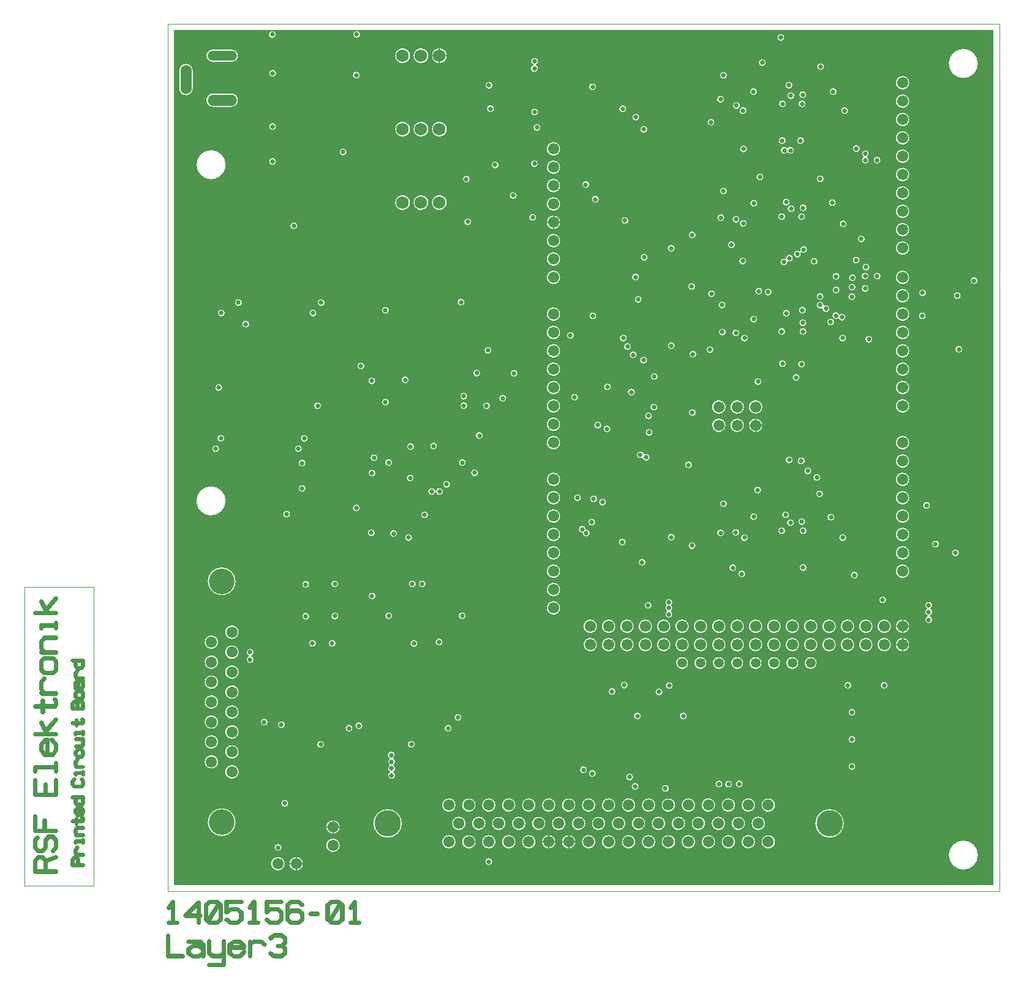
<source format=gbr>
*
G04 Job   : F:\ECADdesigns\1405165-01-00-A\PCB\1405165-01-00-A.pcb*
G04 User  : AT01PC650:at10682*
G04 Layer : Layer3.gbr*
G04 Date  : Tue May 09 13:27:59 2023*
G04 Layer3*
%ICAS*%
%MOMM*%
%FSLAX54Y54*%
%OFA0.0000B0.0000*%
G90*
G74*
%ADD13C,0.00500*%
%ADD10C,0.01000*%
%ADD11C,0.13000*%
%ADD12C,0.50000*%
%ADD14C,0.65000*%
%ADD71C,1.35000*%
%ADD16C,1.55000*%
%ADD70C,1.75000*%
%ADD15C,3.55000*%
%ADD20C,3.65000*%
%ADD18O,4.05000X1.35000*%
%ADD17O,4.05000X1.55000*%
%ADD19O,1.55000X4.05000*%
G01*
G36*
X8500Y1190738D02*
G02X9262Y1191500I762D01*
G01X16150*
Y1110200*
G03X25400Y1100950I9250*
X34650Y1110200J9250*
G01Y1135200*
G03X25400Y1144450I9250*
X16150Y1135200J9250*
G01Y1191500*
X39920*
Y540000*
G03X51250Y521927I20080*
G01Y178900*
G03X55450Y171150I9250*
G01Y95500*
G03X74700Y76250I19250*
X93950Y95500J19250*
X74700Y114750I19250*
X55450Y95500J19250*
G01Y171150*
G03X60500Y169650I5050J7750*
X69750Y178900J9250*
X60500Y188150I9250*
X51250Y178900J9250*
G01Y206500*
G03X60500Y197250I9250*
X69750Y206500J9250*
X60500Y215750I9250*
X51250Y206500J9250*
G01Y234100*
G03X60500Y224850I9250*
X69750Y234100J9250*
X60500Y243350I9250*
X51250Y234100J9250*
G01Y261700*
G03X60500Y252450I9250*
X69750Y261700J9250*
X60500Y270950I9250*
X51250Y261700J9250*
G01Y289300*
G03X60500Y280050I9250*
X69750Y289300J9250*
X60500Y298550I9250*
X51250Y289300J9250*
G01Y316900*
G03X60500Y307650I9250*
X69750Y316900J9250*
X60500Y326150I9250*
X51250Y316900J9250*
G01Y344500*
G03X60500Y335250I9250*
X69750Y344500J9250*
X60500Y353750I9250*
X51250Y344500J9250*
G01Y521927*
G03X55450Y520442I8750J18073*
G01Y428700*
G03X74700Y409450I19250*
X79650Y410097J19250*
G01Y165100*
G03X88900Y155850I9250*
X98150Y165100J9250*
X88900Y174350I9250*
X79650Y165100J9250*
G01Y192700*
G03X88900Y183450I9250*
X98150Y192700J9250*
X88900Y201950I9250*
X79650Y192700J9250*
G01Y220300*
G03X88900Y211050I9250*
X98150Y220300J9250*
X88900Y229550I9250*
X79650Y220300J9250*
G01Y247900*
G03X88900Y238650I9250*
X98150Y247900J9250*
X88900Y257150I9250*
X79650Y247900J9250*
G01Y275500*
G03X88900Y266250I9250*
X98150Y275500J9250*
X88900Y284750I9250*
X79650Y275500J9250*
G01Y303100*
G03X88900Y293850I9250*
X98150Y303100J9250*
X88900Y312350I9250*
X79650Y303100J9250*
G01Y330700*
G03X88900Y321450I9250*
X98150Y330700J9250*
X88900Y339950I9250*
X79650Y330700J9250*
G01Y358300*
G03X88900Y349050I9250*
X98150Y358300J9250*
X88900Y367550I9250*
X79650Y358300J9250*
G01Y410097*
G03X93950Y428700I4950J18603*
X74700Y447950I19250*
X55450Y428700J19250*
G01Y520442*
G03X60000Y519920I4550J19558*
X80080Y540000J20080*
X60000Y560080I20080*
X39920Y540000J20080*
G01Y1005000*
G03X60000Y984920I20080*
X61652Y984988J20080*
G01Y612100*
G03X66402Y607350I4750*
X71152Y612100J4750*
X66402Y616850I4750*
X61652Y612100J4750*
G01Y984988*
G03X65939Y985818I1652J20012*
G01Y696710*
G03X68807Y692349I4750*
G01Y626533*
G03X73557Y621783I4750*
X78307Y626533J4750*
X73557Y631283I4750*
X68807Y626533J4750*
G01Y692349*
G03X70689Y691960I1882J4361*
X75439Y696710J4750*
X70689Y701460I4750*
X65939Y696710J4750*
G01Y985818*
G03X69478Y987298I5939J19182*
G01Y799900*
G03X74228Y795150I4750*
X78978Y799900J4750*
X74228Y804650I4750*
X69478Y799900J4750*
G01Y987298*
G03X80080Y1005000I9478J17702*
X60000Y1025080I20080*
X39920Y1005000J20080*
G01Y1191500*
X53650*
Y1094200*
G03X62900Y1084950I9250*
G01X87900*
G03X93200Y1086619J9250*
G01Y814250*
G03X97950Y809500I4750*
X102700Y814250J4750*
X97950Y819000I4750*
X93200Y814250J4750*
G01Y1086619*
G03X97150Y1094200I5300J7581*
X87900Y1103450I9250*
G01X62900*
G03X53650Y1094200J9250*
G01Y1155700*
G03X61900Y1147450I8250*
G01X88900*
G03X97150Y1155700J8250*
X88900Y1163950I8250*
G01X61900*
G03X53650Y1155700J8250*
G01Y1191500*
X103222*
Y784447*
G03X107972Y779697I4750*
X109350Y779901J4750*
G01Y330670*
G03X112484Y326203I4750*
G02X112987Y325487I259J716*
X112484Y324770I762*
G03X109350Y320303I1616J4467*
X114100Y315553I4750*
X118850Y320303J4750*
X115716Y324770I4750*
G02X115214Y325487I260J717*
X115716Y326203I762*
G03X118850Y330670I1616J4467*
X114100Y335420I4750*
X109350Y330670J4750*
G01Y779901*
G03X112722Y784447I1378J4546*
X107972Y789197I4750*
X103222Y784447J4750*
G01Y1191500*
X128758*
Y234100*
G03X133508Y229350I4750*
X138258Y234100J4750*
X133508Y238850I4750*
X128758Y234100J4750*
G01Y1191500*
X140012*
Y1185059*
G03X140295Y1183444I4750*
G01Y1009396*
G03X143150Y1005040I4750*
G01Y38100*
G03X152400Y28850I9250*
X161650Y38100J9250*
X152400Y47350I9250*
X143150Y38100J9250*
G01Y1005040*
G03X145045Y1004646I1895J4356*
X147914Y1005610J4750*
G01Y60561*
G03X152664Y55811I4750*
X157414Y60561J4750*
X152664Y65311I4750*
X147914Y60561J4750*
G01Y1005610*
G03X149795Y1009396I2869J3786*
X145045Y1014146I4750*
X140295Y1009396J4750*
G01Y1057610*
G03X145045Y1052860I4750*
X149795Y1057610J4750*
X145045Y1062360I4750*
X140295Y1057610J4750*
G01Y1183444*
G03X140324Y1183366I4467J1615*
G01Y1131385*
G03X145074Y1126635I4750*
X149824Y1131385J4750*
X145074Y1136135I4750*
X140324Y1131385J4750*
G01Y1183366*
G03X144762Y1180309I4438J1693*
X149512Y1185059J4750*
X144762Y1189809I4750*
X140012Y1185059J4750*
G01Y1191500*
X152560*
Y230429*
G03X157200Y225681I4750*
G01Y121550*
G03X161950Y116800I4750*
X166700Y121550J4750*
X161950Y126300I4750*
X157200Y121550J4750*
G01Y225681*
G03X157310Y225679I110J4748*
X162060Y230429J4750*
X157310Y235179I4750*
X152560Y230429J4750*
G01Y1191500*
X159756*
Y521589*
G03X164506Y516839I4750*
X168550Y519098J4750*
G01Y38100*
G03X177800Y28850I9250*
X187050Y38100J9250*
X177800Y47350I9250*
X168550Y38100J9250*
G01Y519098*
G03X169256Y521589I4044J2491*
X164506Y526339I4750*
X159756Y521589J4750*
G01Y1191500*
X169750*
Y920483*
G03X174500Y915733I4750*
X175952Y915960J4750*
G01Y612100*
G03X180702Y607350I4750*
X181147Y607371J4750*
G01Y557307*
G03X185897Y552557I4750*
X186201Y552566J4750*
G01Y380367*
G03X190951Y375617I4750*
X195621Y379502J4750*
G01Y342800*
G03X200371Y338050I4750*
X205121Y342800J4750*
X200371Y347550I4750*
X195621Y342800J4750*
G01Y379502*
G03X195701Y380367I4670J865*
X190951Y385117I4750*
X186201Y380367J4750*
G01Y424547*
G03X190951Y419797I4750*
X195701Y424547J4750*
X190951Y429297I4750*
X186201Y424547J4750*
G01Y552566*
G03X190647Y557307I304J4741*
X185897Y562057I4750*
X181147Y557307J4750*
G01Y592234*
G03X185897Y587484I4750*
X190647Y592234J4750*
X185897Y596984I4750*
X181147Y592234J4750*
G01Y607371*
G03X185452Y612100I445J4729*
X180702Y616850I4750*
X175952Y612100J4750*
G01Y915960*
G03X179250Y920483I1452J4523*
X174500Y925233I4750*
X169750Y920483J4750*
G01Y1191500*
X184250*
Y626450*
G03X189000Y621700I4750*
X193750Y626450J4750*
X189000Y631200I4750*
X184250Y626450J4750*
G01Y1191500*
X196122*
Y799900*
G03X200872Y795150I4750*
X202559Y795460J4750*
G01Y671613*
G03X206750Y666896I4750*
G01Y203200*
G03X211500Y198450I4750*
X216250Y203200J4750*
X211500Y207950I4750*
X206750Y203200J4750*
G01Y666896*
G03X207309Y666863I559J4717*
X212059Y671613J4750*
X207309Y676363I4750*
X202559Y671613J4750*
G01Y795460*
G03X205622Y799900I1687J4440*
X200872Y804650I4750*
X196122Y799900J4750*
G01Y1191500*
X207500*
Y814250*
G03X212250Y809500I4750*
X217000Y814250J4750*
X212250Y819000I4750*
X207500Y814250J4750*
G01Y1191500*
X219350*
Y63500*
G03X228600Y54250I9250*
X237850Y63500J9250*
X228600Y72750I9250*
X219350Y63500J9250*
G01Y88900*
G03X228600Y79650I9250*
X237850Y88900J9250*
X228600Y98150I9250*
X219350Y88900J9250*
G01Y1191500*
X222732*
Y342800*
G03X227482Y338050I4750*
X232232Y342800J4750*
X227482Y347550I4750*
X222732Y342800J4750*
G01Y1191500*
X226419*
Y380625*
G03X231169Y375875I4750*
X235919Y380625J4750*
X231169Y385375I4750*
X226419Y380625J4750*
G01Y425063*
G03X231169Y420313I4750*
X235919Y425063J4750*
X231169Y429813I4750*
X226419Y425063J4750*
G01Y1191500*
X237700*
Y1022500*
G03X242450Y1017750I4750*
X246100Y1019460J4750*
G01Y225400*
G03X250850Y220650I4750*
X255600Y225400J4750*
X250850Y230150I4750*
X246100Y225400J4750*
G01Y1019460*
G03X247200Y1022500I3650J3040*
X242450Y1027250I4750*
X237700Y1022500J4750*
G01Y1191500*
X256099*
Y1128895*
G03X256100Y1128781I4750*
G01Y530200*
G03X259650Y525604I4750*
G01Y228950*
G03X264400Y224200I4750*
X269150Y228950J4750*
X264400Y233700I4750*
X259650Y228950J4750*
G01Y525604*
G03X260850Y525450I1200J4596*
X265600Y530200J4750*
X260850Y534950I4750*
X256100Y530200J4750*
G01Y1128781*
G03X260849Y1124145I4749J114*
X262400Y1124406J4750*
G01Y726600*
G03X267150Y721850I4750*
X271900Y726600J4750*
X267150Y731350I4750*
X262400Y726600J4750*
G01Y1124406*
G03X265599Y1128895I1551J4489*
X260849Y1133645I4750*
X256099Y1128895J4750*
G01Y1191500*
X256567*
Y1185059*
G03X261317Y1180309I4750*
X266067Y1185059J4750*
X261317Y1189809I4750*
X256567Y1185059J4750*
G01Y1191500*
X276752*
Y495750*
G03X277862Y492698I4750*
G01Y408368*
G03X282612Y403618I4750*
X284350Y403948J4750*
G01Y93800*
G03X304100Y74050I19750*
X323850Y93800J19750*
X304100Y113550I19750*
X284350Y93800J19750*
G01Y403948*
G03X287362Y408368I1738J4420*
X282612Y413118I4750*
X277862Y408368J4750*
G01Y492698*
G03X281502Y491000I3640J3052*
X286252Y495750J4750*
X281502Y500500I4750*
X276752Y495750J4750*
G01Y1191500*
X277573*
Y706000*
G03X277824Y704475I4750*
G01Y578396*
G03X282574Y573646I4750*
X287324Y578396J4750*
X282574Y583146I4750*
X277824Y578396J4750*
G01Y704475*
G03X280500Y701614I4499J1525*
G01Y599600*
G03X285250Y594850I4750*
X290000Y599600J4750*
X285250Y604350I4750*
X280500Y599600J4750*
G01Y701614*
G03X282323Y701250I1823J4386*
X287073Y706000J4750*
X282323Y710750I4750*
X277573Y706000J4750*
G01Y1191500*
X296400*
Y676650*
G03X300864Y671909I4750*
G01Y381010*
G03X304477Y376398I4750*
G01Y188401*
G03X306955Y184229I4750*
G02X307352Y183560I365J669*
X307018Y182929I762*
G03X304932Y178997I2664J3932*
X307029Y175057I4750*
G02X307365Y174425I426J632*
X307029Y173793I762*
G03X304932Y169853I2653J3940*
X307356Y165711I4750*
G02X307745Y165047I373J664*
X307356Y164382I762*
G03X304932Y160241I2326J4141*
X309682Y155491I4750*
X314432Y160241J4750*
X312007Y164382I4750*
G02X311618Y165047I373J665*
X312007Y165711I762*
G03X314432Y169853I2325J4142*
X312335Y173793I4750*
G02X311999Y174425I426J632*
X312335Y175057I762*
G03X314432Y178997I2653J3940*
X311954Y183168I4750*
G02X311557Y183837I365J669*
X311891Y184468I762*
G03X313977Y188401I2664J3933*
X309227Y193151I4750*
X304477Y188401J4750*
G01Y376398*
G03X305614Y376260I1137J4612*
X310364Y381010J4750*
X305614Y385760I4750*
X300864Y381010J4750*
G01Y671909*
G03X300867Y671908I281J4741*
G01Y593021*
G03X305617Y588271I4750*
X307550Y588682J4750*
G01Y494898*
G03X312300Y490148I4750*
X317050Y494898J4750*
X312300Y499648I4750*
X307550Y494898J4750*
G01Y588682*
G03X310367Y593021I1933J4339*
X305617Y597771I4750*
X300867Y593021J4750*
G01Y671908*
G03X301150Y671900I283J4742*
X305900Y676650J4750*
X301150Y681400I4750*
X296400Y676650J4750*
G01Y803650*
G03X301150Y798900I4750*
X305900Y803650J4750*
X301150Y808400I4750*
X296400Y803650J4750*
G01Y1191500*
X314550*
Y952500*
G03X323616Y942319I10250*
G01Y707405*
G03X328323Y702655I4750*
G01Y489217*
G03X332150Y484558I4750*
G01Y203200*
G03X336900Y198450I4750*
X341650Y203200J4750*
X336900Y207950I4750*
X332150Y203200J4750*
G01Y484558*
G03X333073Y484467I923J4659*
X333451Y484482J4750*
G01Y425100*
G03X335765Y421022I4750*
G01Y342800*
G03X340515Y338050I4750*
X345265Y342800J4750*
X340515Y347550I4750*
X335765Y342800J4750*
G01Y421022*
G03X338201Y420350I2436J4078*
X342951Y425100J4750*
X338201Y429850I4750*
X333451Y425100J4750*
G01Y484482*
G03X337823Y489217I378J4735*
X333073Y493967I4750*
X328323Y489217J4750*
G01Y702655*
G03X328366I43J4750*
X330692Y703263J4750*
G01Y571600*
G03X335442Y566850I4750*
X340192Y571600J4750*
X335442Y576350I4750*
X330692Y571600J4750*
G01Y703263*
G03X331146Y703553I2326J4142*
G01Y615094*
G03X335896Y610344I4750*
X340646Y615094J4750*
X335896Y619844I4750*
X331146Y615094J4750*
G01Y703553*
G03X333116Y707405I2780J3852*
X328366Y712155I4750*
X323616Y707405J4750*
G01Y942319*
G03X324800Y942250I1184J10181*
X335050Y952500J10250*
X324800Y962750I10250*
X314550Y952500J10250*
G01Y1054100*
G03X324800Y1043850I10250*
X335050Y1054100J10250*
X324800Y1064350I10250*
X314550Y1054100J10250*
G01Y1155700*
G03X324800Y1145450I10250*
X335050Y1155700J10250*
X324800Y1165950I10250*
X314550Y1155700J10250*
G01Y1191500*
X339950*
Y952500*
G03X346976Y942770I10250*
G01Y425100*
G03X351726Y420350I4750*
X356476Y425100J4750*
X351726Y429850I4750*
X346976Y425100J4750*
G01Y942770*
G03X350200Y942250I3224J9730*
X350450Y942253J10250*
G01Y520700*
G03X355200Y515950I4750*
X359950Y520700J4750*
X355200Y525450I4750*
X350450Y520700J4750*
G01Y942253*
G03X360192Y950217I250J10247*
G01Y553025*
G03X364942Y548275I4750*
X369487Y551642J4750*
G02X370216Y552182I729J222*
X370229J762*
G01X370426Y552179*
Y344772*
G03X375176Y340022I4750*
X379550Y342920J4750*
G01Y68400*
G03X388800Y59150I9250*
X398050Y68400J9250*
X388800Y77650I9250*
X379550Y68400J9250*
G01Y119200*
G03X388800Y109950I9250*
X393350Y111146J9250*
G01Y93800*
G03X402600Y84550I9250*
X407150Y85746J9250*
G01Y68400*
G03X416400Y59150I9250*
X425650Y68400J9250*
X416400Y77650I9250*
X407150Y68400J9250*
G01Y85746*
G03X411850Y93800I4550J8054*
X402600Y103050I9250*
X393350Y93800J9250*
G01Y111146*
G03X398050Y119200I4550J8054*
X388800Y128450I9250*
X379550Y119200J9250*
G01Y342920*
G03X379926Y344772I4374J1852*
X375176Y349522I4750*
X370426Y344772J4750*
G01Y552179*
X370479Y552178*
G02X371202Y551612I13J762*
G03X375792Y548085I4590J1223*
X380542Y552835J4750*
X375792Y557585I4750*
X371248Y554218J4750*
G02X370519Y553678I729J222*
X370506J762*
G01X370255Y553682*
G02X369532Y554248I14J762*
G03X364942Y557775I4590J1223*
X360192Y553025J4750*
G01Y950217*
G03X360450Y952500I9992J2283*
X350200Y962750I10250*
X339950Y952500J10250*
G01Y1054100*
G03X350200Y1043850I10250*
X360450Y1054100J10250*
X350200Y1064350I10250*
X339950Y1054100J10250*
G01Y1155700*
G03X350200Y1145450I10250*
X360450Y1155700J10250*
X350200Y1165950I10250*
X339950Y1155700J10250*
G01Y1191500*
X362936*
Y615654*
G03X367686Y610904I4750*
X372436Y615654J4750*
X367686Y620404I4750*
X362936Y615654J4750*
G01Y1191500*
X365350*
Y952500*
G03X375600Y942250I10250*
X380932Y943746J10250*
G01Y562800*
G03X383100Y558813I4750*
G01Y225400*
G03X387850Y220650I4750*
X392600Y225400J4750*
X387850Y230150I4750*
X383100Y225400J4750*
G01Y558813*
G03X385682Y558050I2582J3987*
X390432Y562800J4750*
X385682Y567550I4750*
X380932Y562800J4750*
G01Y943746*
G03X385850Y952500I5332J8754*
X375600Y962750I10250*
X365350Y952500J10250*
G01Y1054100*
G03X375600Y1043850I10250*
X385850Y1054100J10250*
X375600Y1064350I10250*
X365350Y1054100J10250*
G01Y1155700*
G03X375600Y1145450I10250*
X385850Y1155700J10250*
X375600Y1165950I10250*
X365350Y1155700J10250*
G01Y1191500*
X396650*
Y240400*
G03X401400Y235650I4750*
X406150Y240400J4750*
X401400Y245150I4750*
X396650Y240400J4750*
G01Y1191500*
X400830*
Y814892*
G03X402389Y811373I4750*
G01Y381100*
G03X407139Y376350I4750*
X407150J4750*
G01Y119200*
G03X416400Y109950I9250*
X420950Y111146J9250*
G01Y93800*
G03X430200Y84550I9250*
X434750Y85746J9250*
G01Y68400*
G03X439250Y60463I9250*
G01Y41023*
G03X444000Y36273I4750*
X448750Y41023J4750*
X444000Y45773I4750*
X439250Y41023J4750*
G01Y60463*
G03X444000Y59150I4750J7937*
X453250Y68400J9250*
X444000Y77650I9250*
X434750Y68400J9250*
G01Y85746*
G03X439450Y93800I4550J8054*
X430200Y103050I9250*
X420950Y93800J9250*
G01Y111146*
G03X425650Y119200I4550J8054*
X416400Y128450I9250*
X407150Y119200J9250*
G01Y376350*
G03X411889Y381100I11J4750*
X407139Y385850I4750*
X402389Y381100J4750*
G01Y811373*
G03X402710Y811107I3191J3519*
G01Y592877*
G03X407460Y588127I4750*
X412210Y592877J4750*
X407460Y597627I4750*
X402710Y592877J4750*
G01Y811107*
G03X404751Y810215I2870J3785*
G01Y671700*
G03X409501Y666950I4750*
X414251Y671700J4750*
X409501Y676450I4750*
X404751Y671700J4750*
G01Y684700*
G03X409501Y679950I4750*
X414251Y684700J4750*
X409501Y689450I4750*
X404751Y684700J4750*
G01Y810215*
G03X405580Y810142I829J4677*
X410330Y814892J4750*
X405580Y819642I4750*
X400830Y814892J4750*
G01Y1191500*
X408100*
Y985000*
G03X410100Y981127I4750*
G01Y926000*
G03X414850Y921250I4750*
X419600Y926000J4750*
X414850Y930750I4750*
X410100Y926000J4750*
G01Y981127*
G03X412850Y980250I2750J3873*
X417600Y985000J4750*
X412850Y989750I4750*
X408100Y985000J4750*
G01Y1191500*
X419605*
Y578726*
G03X424355Y573976I4750*
X429105Y578726J4750*
X424355Y583476I4750*
X419605Y578726J4750*
G01Y1191500*
X422667*
Y716747*
G03X426168Y712164I4750*
G01Y630356*
G03X430918Y625606I4750*
X434750Y627549J4750*
G01Y119200*
G03X444000Y109950I9250*
X448550Y111146J9250*
G01Y93800*
G03X457800Y84550I9250*
X462350Y85746J9250*
G01Y68400*
G03X471600Y59150I9250*
X480850Y68400J9250*
X471600Y77650I9250*
X462350Y68400J9250*
G01Y85746*
G03X467050Y93800I4550J8054*
X457800Y103050I9250*
X448550Y93800J9250*
G01Y111146*
G03X453250Y119200I4550J8054*
X444000Y128450I9250*
X434750Y119200J9250*
G01Y627549*
G03X435668Y630356I3832J2807*
X430918Y635106I4750*
X426168Y630356J4750*
G01Y712164*
G03X427417Y711997I1249J4583*
X432167Y716747J4750*
X427417Y721497I4750*
X422667Y716747J4750*
G01Y1191500*
X436189*
Y671511*
G03X440939Y666761I4750*
X445689Y671511J4750*
X440939Y676261I4750*
X436189Y671511J4750*
G01Y1191500*
X438050*
Y748200*
G03X442800Y743450I4750*
X447550Y748200J4750*
X442800Y752950I4750*
X438050Y748200J4750*
G01Y1191500*
X439475*
Y1114729*
G03X441575Y1110787I4750*
G01Y1082470*
G03X446325Y1077720I4750*
X447969Y1078014J4750*
G01Y1004726*
G03X452719Y999976I4750*
X457469Y1004726J4750*
X452719Y1009476I4750*
X447969Y1004726J4750*
G01Y1078014*
G03X451075Y1082470I1644J4456*
X446325Y1087220I4750*
X441575Y1082470J4750*
G01Y1110787*
G03X444225Y1109979I2650J3942*
X448975Y1114729J4750*
X444225Y1119479I4750*
X439475Y1114729J4750*
G01Y1191500*
X458581*
Y681870*
G03X462350Y677222I4750*
G01Y119200*
G03X471600Y109950I9250*
X476150Y111146J9250*
G01Y93800*
G03X485400Y84550I9250*
X489950Y85746J9250*
G01Y68400*
G03X499200Y59150I9250*
X508450Y68400J9250*
X499200Y77650I9250*
X489950Y68400J9250*
G01Y85746*
G03X494650Y93800I4550J8054*
X485400Y103050I9250*
X476150Y93800J9250*
G01Y111146*
G03X480850Y119200I4550J8054*
X471600Y128450I9250*
X462350Y119200J9250*
G01Y677222*
G03X463331Y677120I981J4648*
X468081Y681870J4750*
X463331Y686620I4750*
X458581Y681870J4750*
G01Y1191500*
X472958*
Y962301*
G03X474127Y959180I4750*
G01Y716450*
G03X478877Y711700I4750*
X483627Y716450J4750*
X478877Y721200I4750*
X474127Y716450J4750*
G01Y959180*
G03X477708Y957551I3581J3121*
X482458Y962301J4750*
X477708Y967051I4750*
X472958Y962301J4750*
G01Y1191500*
X489950*
Y119200*
G03X499200Y109950I9250*
X503750Y111146J9250*
G01Y93800*
G03X513000Y84550I9250*
X517550Y85746J9250*
G01Y68400*
G03X526800Y59150I9250*
X536050Y68400J9250*
X526800Y77650I9250*
X517550Y68400J9250*
G01Y85746*
G03X522250Y93800I4550J8054*
X513000Y103050I9250*
X503750Y93800J9250*
G01Y111146*
G03X508450Y119200I4550J8054*
X499200Y128450I9250*
X489950Y119200J9250*
G01Y1191500*
X499850*
Y932100*
G03X504600Y927350I4750*
X509350Y932100J4750*
X504600Y936850I4750*
X499850Y932100J4750*
G01Y1191500*
X502350*
Y1006400*
G03X507100Y1001650I4750*
X511850Y1006400J4750*
X507100Y1011150I4750*
X502350Y1006400J4750*
G01Y1138000*
G03X502651Y1136335I4750*
G01Y1077894*
G03X505846Y1073405I4750*
G01Y1056400*
G03X510596Y1051650I4750*
X515346Y1056400J4750*
X510596Y1061150I4750*
X505846Y1056400J4750*
G01Y1073405*
G03X507401Y1073144I1555J4489*
X512151Y1077894J4750*
X507401Y1082644I4750*
X502651Y1077894J4750*
G01Y1136335*
G03X507100Y1133250I4449J1665*
X511850Y1138000J4750*
X509224Y1142249I4750*
G02X508803Y1142930I341J681*
X509266Y1143631I762*
G03X512151Y1148000I1865J4369*
X507401Y1152750I4750*
X502651Y1148000J4750*
X505277Y1143751I4750*
G02X505699Y1143070I340J681*
X505236Y1142369I762*
G03X502350Y1138000I1864J4369*
G01Y1191500*
X517550*
Y119200*
G03X526800Y109950I9250*
X531350Y111146J9250*
G01Y93800*
G03X540600Y84550I9250*
X545150Y85746J9250*
G01Y68400*
G03X554400Y59150I9250*
X563650Y68400J9250*
X554400Y77650I9250*
X545150Y68400J9250*
G01Y85746*
G03X549850Y93800I4550J8054*
X540600Y103050I9250*
X531350Y93800J9250*
G01Y111146*
G03X536050Y119200I4550J8054*
X526800Y128450I9250*
X517550Y119200J9250*
G01Y1191500*
X524150*
Y391900*
G03X533400Y382650I9250*
X542650Y391900J9250*
X533400Y401150I9250*
X524150Y391900J9250*
G01Y417300*
G03X533400Y408050I9250*
X542650Y417300J9250*
X533400Y426550I9250*
X524150Y417300J9250*
G01Y442700*
G03X533400Y433450I9250*
X542650Y442700J9250*
X533400Y451950I9250*
X524150Y442700J9250*
G01Y468100*
G03X533400Y458850I9250*
X542650Y468100J9250*
X533400Y477350I9250*
X524150Y468100J9250*
G01Y493500*
G03X533400Y484250I9250*
X542650Y493500J9250*
X533400Y502750I9250*
X524150Y493500J9250*
G01Y518900*
G03X533400Y509650I9250*
X542650Y518900J9250*
X533400Y528150I9250*
X524150Y518900J9250*
G01Y544300*
G03X533400Y535050I9250*
X542650Y544300J9250*
X533400Y553550I9250*
X524150Y544300J9250*
G01Y569700*
G03X533400Y560450I9250*
X542650Y569700J9250*
X533400Y578950I9250*
X524150Y569700J9250*
G01Y620500*
G03X533400Y611250I9250*
X542650Y620500J9250*
X533400Y629750I9250*
X524150Y620500J9250*
G01Y645900*
G03X533400Y636650I9250*
X542650Y645900J9250*
X533400Y655150I9250*
X524150Y645900J9250*
G01Y671300*
G03X533400Y662050I9250*
X542650Y671300J9250*
X533400Y680550I9250*
X524150Y671300J9250*
G01Y696700*
G03X533400Y687450I9250*
X542650Y696700J9250*
X533400Y705950I9250*
X524150Y696700J9250*
G01Y722100*
G03X533400Y712850I9250*
X542650Y722100J9250*
X533400Y731350I9250*
X524150Y722100J9250*
G01Y747500*
G03X533400Y738250I9250*
X542650Y747500J9250*
X533400Y756750I9250*
X524150Y747500J9250*
G01Y772900*
G03X533400Y763650I9250*
X542650Y772900J9250*
X533400Y782150I9250*
X524150Y772900J9250*
G01Y798300*
G03X533400Y789050I9250*
X542650Y798300J9250*
X533400Y807550I9250*
X524150Y798300J9250*
G01Y849100*
G03X533400Y839850I9250*
X542650Y849100J9250*
X533400Y858350I9250*
X524150Y849100J9250*
G01Y874500*
G03X533400Y865250I9250*
X542650Y874500J9250*
X533400Y883750I9250*
X524150Y874500J9250*
G01Y899900*
G03X533400Y890650I9250*
X542650Y899900J9250*
X533400Y909150I9250*
X524150Y899900J9250*
G01Y925300*
G03X533400Y916050I9250*
X542650Y925300J9250*
X533400Y934550I9250*
X524150Y925300J9250*
G01Y950700*
G03X533400Y941450I9250*
X542650Y950700J9250*
X533400Y959950I9250*
X524150Y950700J9250*
G01Y976100*
G03X533400Y966850I9250*
X542650Y976100J9250*
X533400Y985350I9250*
X524150Y976100J9250*
G01Y1001500*
G03X533400Y992250I9250*
X542650Y1001500J9250*
X533400Y1010750I9250*
X524150Y1001500J9250*
G01Y1026900*
G03X533400Y1017650I9250*
X542650Y1026900J9250*
X533400Y1036150I9250*
X524150Y1026900J9250*
G01Y1191500*
X545150*
Y119200*
G03X554400Y109950I9250*
X558950Y111146J9250*
G01Y93800*
G03X568200Y84550I9250*
X572750Y85746J9250*
G01Y68400*
G03X582000Y59150I9250*
X591250Y68400J9250*
X582000Y77650I9250*
X572750Y68400J9250*
G01Y85746*
G03X577450Y93800I4550J8054*
X568200Y103050I9250*
X558950Y93800J9250*
G01Y111146*
G03X563650Y119200I4550J8054*
X554400Y128450I9250*
X545150Y119200J9250*
G01Y1191500*
X552124*
Y768846*
G03X556874Y764096I4750*
X557914Y764211J4750*
G01Y683382*
G03X561879Y678697I4750*
G01Y544279*
G03X566629Y539529I4750*
X568444Y539889J4750*
G01Y500765*
G03X570144Y497124I4750*
G01Y168075*
G03X572750Y163836I4750*
G01Y119200*
G03X582000Y109950I9250*
X586550Y111146J9250*
G01Y93800*
G03X595800Y84550I9250*
X600350Y85746J9250*
G01Y68400*
G03X609600Y59150I9250*
X618850Y68400J9250*
X609600Y77650I9250*
X600350Y68400J9250*
G01Y85746*
G03X605050Y93800I4550J8054*
X595800Y103050I9250*
X586550Y93800J9250*
G01Y111146*
G03X591250Y119200I4550J8054*
X582000Y128450I9250*
X572750Y119200J9250*
G01Y163836*
G03X574894Y163325I2144J4239*
X579644Y168075J4750*
X574894Y172825I4750*
X570144Y168075J4750*
G01Y497124*
G03X573167Y496015I3050J3641*
G02X573925Y495257I4J762*
G03X574950Y492337I4749J28*
G01Y341100*
G03X582376Y332032I9250*
G01Y162773*
G03X587126Y158023I4750*
X591876Y162773J4750*
X587126Y167523I4750*
X582376Y162773J4750*
G01Y332032*
G03X584200Y331850I1824J9068*
X593450Y341100J9250*
X584200Y350350I9250*
X574950Y341100J9250*
G01Y366500*
G03X584200Y357250I9250*
X593450Y366500J9250*
X584200Y375750I9250*
X574950Y366500J9250*
G01Y492337*
G03X578674Y490535I3724J2948*
X583424Y495285J4750*
X578702Y500035I4750*
G02X577944Y500792I4J762*
G03X573194Y505515I4750J27*
X568444Y500765J4750*
G01Y539889*
G03X571379Y544279I1815J4390*
X566629Y549029I4750*
X561879Y544279J4750*
G01Y678697*
G03X562664Y678632I785J4685*
X567414Y683382J4750*
X562664Y688132I4750*
X557914Y683382J4750*
G01Y764211*
G03X561624Y768846I1040J4635*
X556874Y773596I4750*
X552124Y768846J4750*
G01Y1191500*
X573300*
Y977500*
G03X578050Y972750I4750*
X581485Y974219J4750*
G01Y510534*
G03X586235Y505784I4750*
X590985Y510534J4750*
X586235Y515284I4750*
X581485Y510534J4750*
G01Y974219*
G03X582800Y977500I3435J3281*
X578050Y982250I4750*
X573300Y977500J4750*
G01Y1191500*
X582700*
Y1112750*
G03X583100Y1110842I4750*
G01Y795850*
G03X584304Y792690I4750*
G01Y542626*
G03X589054Y537876I4750*
X593804Y542626J4750*
X589054Y547376I4750*
X584304Y542626J4750*
G01Y792690*
G03X587850Y791100I3546J3160*
X589847Y791540J4750*
G01Y644829*
G03X594597Y640079I4750*
X596498Y640476J4750*
G01Y538182*
G03X600350Y533518I4750*
G01Y119200*
G03X609600Y109950I9250*
X614150Y111146J9250*
G01Y93800*
G03X623400Y84550I9250*
X627950Y85746J9250*
G01Y68400*
G03X637200Y59150I9250*
X646450Y68400J9250*
X637200Y77650I9250*
X627950Y68400J9250*
G01Y85746*
G03X632650Y93800I4550J8054*
X623400Y103050I9250*
X614150Y93800J9250*
G01Y111146*
G03X618850Y119200I4550J8054*
X609600Y128450I9250*
X600350Y119200J9250*
G01Y341100*
G03X609600Y331850I9250*
X609608J9250*
G01Y276314*
G03X614358Y271564I4750*
X619108Y276314J4750*
X614358Y281064I4750*
X609608Y276314J4750*
G01Y331850*
G03X618850Y341100I8J9250*
X609600Y350350I9250*
X600350Y341100J9250*
G01Y366500*
G03X609600Y357250I9250*
X618850Y366500J9250*
X609600Y375750I9250*
X600350Y366500J9250*
G01Y533518*
G03X601248Y533432I898J4664*
X605998Y538182J4750*
X601248Y542932I4750*
X596498Y538182J4750*
G01Y640476*
G03X599347Y644829I1901J4353*
X594597Y649579I4750*
X589847Y644829J4750*
G01Y791540*
G03X592600Y795850I1997J4310*
X587850Y800600I4750*
X583100Y795850J4750*
G01Y1110842*
G03X586537Y1108089I4350J1908*
G01Y957172*
G03X591287Y952422I4750*
X596037Y957172J4750*
X591287Y961922I4750*
X586537Y957172J4750*
G01Y1108089*
G03X587450Y1108000I913J4661*
X592200Y1112750J4750*
X587450Y1117500I4750*
X582700Y1112750J4750*
G01Y1191500*
X602686*
Y639414*
G03X607436Y634664I4750*
X612186Y639414J4750*
X607436Y644164I4750*
X602686Y639414J4750*
G01Y1191500*
X603334*
Y697776*
G03X608084Y693026I4750*
X612834Y697776J4750*
X608084Y702526I4750*
X603334Y697776J4750*
G01Y1191500*
X623700*
Y482950*
G03X625750Y479042I4750*
G01Y341100*
G03X626346Y337833I9250*
G01Y285175*
G03X627950Y281617I4750*
G01Y119200*
G03X637200Y109950I9250*
X641750Y111146J9250*
G01Y93800*
G03X651000Y84550I9250*
X655550Y85746J9250*
G01Y68400*
G03X664800Y59150I9250*
X674050Y68400J9250*
X664800Y77650I9250*
X655550Y68400J9250*
G01Y85746*
G03X660250Y93800I4550J8054*
X651000Y103050I9250*
X641750Y93800J9250*
G01Y111146*
G03X646450Y119200I4550J8054*
X637200Y128450I9250*
X627950Y119200J9250*
G01Y281617*
G03X631096Y280425I3146J3558*
X633966Y281390J4750*
G01Y158009*
G03X638716Y153259I4750*
X641389Y154083J4750*
G01Y145037*
G03X646139Y140287I4750*
X650889Y145037J4750*
X646139Y149787I4750*
X641389Y145037J4750*
G01Y154083*
G03X643466Y158009I2673J3926*
X638716Y162759I4750*
X633966Y158009J4750*
G01Y281390*
G03X635846Y285175I2870J3785*
X631096Y289925I4750*
X626346Y285175J4750*
G01Y337833*
G03X635000Y331850I8654J3267*
X644250Y341100J9250*
X635000Y350350I9250*
X625750Y341100J9250*
G01Y366500*
G03X635000Y357250I9250*
X644250Y366500J9250*
X635000Y375750I9250*
X625750Y366500J9250*
G01Y479042*
G03X628450Y478200I2700J3908*
X633200Y482950J4750*
X628450Y487700I4750*
X623700Y482950J4750*
G01Y1191500*
X624448*
Y1082280*
G03X625127Y1079833I4750*
G01Y765204*
G03X629877Y760454I4750*
X630964Y760581J4750*
G01Y753376*
G03X635714Y748626I4750*
X636439Y748682J4750*
G01Y690352*
G03X641189Y685602I4750*
X644650Y687098J4750*
G01Y242400*
G03X649400Y237650I4750*
X654150Y242400J4750*
X649400Y247150I4750*
X644650Y242400J4750*
G01Y687098*
G03X645939Y690352I3461J3254*
X641189Y695102I4750*
X636439Y690352J4750*
G01Y748682*
G03X638910Y749861I725J4694*
G01Y742107*
G03X643660Y737357I4750*
X648410Y742107J4750*
X643660Y746857I4750*
X638910Y742107J4750*
G01Y749861*
G03X640464Y753376I3196J3515*
X635714Y758126I4750*
X630964Y753376J4750*
G01Y760581*
G03X634627Y765204I1087J4623*
X629877Y769954I4750*
X625127Y765204J4750*
G01Y1079833*
G03X627500Y1077843I4071J2447*
G01Y927750*
G03X632250Y923000I4750*
X637000Y927750J4750*
X632250Y932500I4750*
X627500Y927750J4750*
G01Y1077843*
G03X629198Y1077530I1698J4437*
X633948Y1082280J4750*
X629198Y1087030I4750*
X624448Y1082280J4750*
G01Y1191500*
X642147*
Y849615*
G03X645818Y844989I4750*
G01Y818650*
G03X648704Y814281I4750*
G01Y603650*
G03X651150Y599496I4750*
G01Y341100*
G03X655550Y333223I9250*
G01Y119200*
G03X664800Y109950I9250*
X669350Y111146J9250*
G01Y93800*
G03X678600Y84550I9250*
X683150Y85746J9250*
G01Y68400*
G03X692400Y59150I9250*
X701650Y68400J9250*
X692400Y77650I9250*
X683150Y68400J9250*
G01Y85746*
G03X687850Y93800I4550J8054*
X678600Y103050I9250*
X669350Y93800J9250*
G01Y111146*
G03X674050Y119200I4550J8054*
X664800Y128450I9250*
X655550Y119200J9250*
G01Y333223*
G03X660400Y331850I4850J7877*
X669650Y341100J9250*
X660400Y350350I9250*
X651150Y341100J9250*
G01Y366500*
G03X660400Y357250I9250*
X669650Y366500J9250*
X660400Y375750I9250*
X651150Y366500J9250*
G01Y599496*
G03X651189Y599475I2305J4154*
G01Y455021*
G03X655939Y450271I4750*
X659520Y451900J4750*
G01Y395409*
G03X664270Y390659I4750*
X669020Y395409J4750*
X664270Y400159I4750*
X659520Y395409J4750*
G01Y451900*
G03X660689Y455021I3581J3121*
X655939Y459771I4750*
X651189Y455021J4750*
G01Y599475*
G03X653454Y598900I2265J4175*
X655882Y599567J4750*
G02X656272Y599674I390J655*
X657016Y599076J762*
G03X661655Y595344I4639J1018*
X666405Y600094J4750*
X661655Y604844I4750*
X659228Y604177J4750*
G02X658838Y604070I390J655*
X658094Y604668J762*
G03X653454Y608400I4640J1018*
X648704Y603650J4750*
G01Y814281*
G03X650568Y813900I1864J4369*
X653200Y814696J4750*
G01Y734650*
G03X657950Y729900I4750*
X660055Y730392J4750*
G01Y657523*
G03X660850Y654894I4750*
G01Y634646*
G03X665600Y629896I4750*
X670350Y634646J4750*
X665600Y639396I4750*
X660850Y634646J4750*
G01Y654894*
G03X664805Y652773I3955J2629*
X669555Y657523J4750*
X664805Y662273I4750*
X660055Y657523J4750*
G01Y730392*
G03X662700Y734650I2105J4258*
X657950Y739400I4750*
X653200Y734650J4750*
G01Y814696*
G03X655318Y818650I2632J3954*
X650568Y823400I4750*
X645818Y818650J4750*
G01Y844989*
G03X646897Y844865I1079J4626*
X651647Y849615J4750*
X646897Y854365I4750*
X642147Y849615J4750*
G01Y1191500*
X642477*
Y1070686*
G03X647227Y1065936I4750*
X651977Y1070686J4750*
X647227Y1075436I4750*
X642477Y1070686J4750*
G01Y1191500*
X653600*
Y1053950*
G03X654126Y1051777I4750*
G01Y877047*
G03X658876Y872297I4750*
X663626Y877047J4750*
X658876Y881797I4750*
X654126Y877047J4750*
G01Y1051777*
G03X658350Y1049200I4224J2173*
X663100Y1053950J4750*
X658350Y1058700I4750*
X653600Y1053950J4750*
G01Y1191500*
X667450*
Y669776*
G03X672200Y665026I4750*
X674592Y665672J4750*
G01Y275658*
G03X679342Y270908I4750*
X683150Y272819J4750*
G01Y119200*
G03X692400Y109950I9250*
X696950Y111146J9250*
G01Y93800*
G03X706200Y84550I9250*
X710750Y85746J9250*
G01Y68400*
G03X720000Y59150I9250*
X729250Y68400J9250*
X720000Y77650I9250*
X710750Y68400J9250*
G01Y85746*
G03X715450Y93800I4550J8054*
X706200Y103050I9250*
X696950Y93800J9250*
G01Y111146*
G03X701650Y119200I4550J8054*
X692400Y128450I9250*
X683150Y119200J9250*
G01Y272819*
G03X683377Y273152I3808J2839*
G01Y142085*
G03X688127Y137335I4750*
X692877Y142085J4750*
X688127Y146835I4750*
X683377Y142085J4750*
G01Y273152*
G03X684092Y275658I4035J2506*
X679342Y280408I4750*
X674592Y275658J4750*
G01Y665672*
G03X676550Y667868I2392J4104*
G01Y341100*
G03X685800Y331850I9250*
X688704Y332318J9250*
G01Y284355*
G03X693454Y279605I4750*
X698204Y284355J4750*
X693454Y289105I4750*
X688704Y284355J4750*
G01Y332318*
G03X695050Y341100I2904J8782*
X685800Y350350I9250*
X676550Y341100J9250*
G01Y366500*
G03X685800Y357250I9250*
X695050Y366500J9250*
X685800Y375750I9250*
X676550Y366500J9250*
G01Y667868*
G03X676950Y669776I4350J1908*
X672200Y674526I4750*
X667450Y669776J4750*
G01Y1191500*
X668046*
Y712009*
G03X672796Y707259I4750*
X677546Y712009J4750*
X672796Y716759I4750*
X668046Y712009J4750*
G01Y1191500*
X688251*
Y399468*
G03X689623Y396129I4750*
G02X689843Y395593I542J536*
X689623Y395058I762*
G03X688251Y391718I3378J3340*
X690079Y387973I4750*
G02X690373Y387372I468J601*
X690079Y386772I762*
G03X688251Y383027I2922J3745*
X693001Y378277I4750*
X697751Y383027J4750*
X695923Y386772I4750*
G02X695630Y387372I469J600*
X695923Y387973I762*
G03X697751Y391718I2922J3745*
X696379Y395058I4750*
G02X696159Y395593I542J535*
X696379Y396129I762*
G03X697751Y399468I3378J3339*
X693001Y404218I4750*
X688251Y399468J4750*
G01Y1191500*
X691500*
Y489719*
G03X696250Y484969I4750*
X701000Y489719J4750*
X696250Y494469I4750*
X691500Y489719J4750*
G01Y754650*
G03X696250Y749900I4750*
X701000Y754650J4750*
X696250Y759400I4750*
X691500Y754650J4750*
G01Y889350*
G03X696250Y884600I4750*
X701000Y889350J4750*
X696250Y894100I4750*
X691500Y889350J4750*
G01Y1191500*
X701950*
Y341100*
G03X702950Y336917I9250*
G01Y315700*
G03X708150Y308034I8250*
G01Y242400*
G03X710750Y238164I4750*
G01Y119200*
G03X720000Y109950I9250*
X724550Y111146J9250*
G01Y93800*
G03X733800Y84550I9250*
X738350Y85746J9250*
G01Y68400*
G03X747600Y59150I9250*
X756850Y68400J9250*
X747600Y77650I9250*
X738350Y68400J9250*
G01Y85746*
G03X743050Y93800I4550J8054*
X733800Y103050I9250*
X724550Y93800J9250*
G01Y111146*
G03X729250Y119200I4550J8054*
X720000Y128450I9250*
X710750Y119200J9250*
G01Y238164*
G03X712900Y237650I2150J4236*
X717650Y242400J4750*
X712900Y247150I4750*
X708150Y242400J4750*
G01Y308034*
G03X711200Y307450I3050J7666*
X719450Y315700J8250*
X711200Y323950I8250*
X702950Y315700J8250*
G01Y336917*
G03X711200Y331850I8250J4183*
X720450Y341100J9250*
X711200Y350350I9250*
X701950Y341100J9250*
G01Y366500*
G03X711200Y357250I9250*
X720450Y366500J9250*
X711200Y375750I9250*
X701950Y366500J9250*
G01Y1191500*
X715337*
Y589717*
G03X720087Y584967I4750*
X720171J4750*
G01Y477986*
G03X724921Y473236I4750*
X727350Y473904J4750*
G01Y341100*
G03X728350Y336917I9250*
G01Y315700*
G03X736600Y307450I8250*
X738350Y307638J8250*
G01Y119200*
G03X747600Y109950I9250*
X752150Y111146J9250*
G01Y93800*
G03X761400Y84550I9250*
X765950Y85746J9250*
G01Y68400*
G03X775200Y59150I9250*
X784450Y68400J9250*
X775200Y77650I9250*
X765950Y68400J9250*
G01Y85746*
G03X770650Y93800I4550J8054*
X761400Y103050I9250*
X752150Y93800J9250*
G01Y111146*
G03X756850Y119200I4550J8054*
X747600Y128450I9250*
X738350Y119200J9250*
G01Y307638*
G03X744850Y315700I1750J8062*
X736600Y323950I8250*
X728350Y315700J8250*
G01Y336917*
G03X736600Y331850I8250J4183*
X745850Y341100J9250*
X736600Y350350I9250*
X727350Y341100J9250*
G01Y366500*
G03X736600Y357250I9250*
X745850Y366500J9250*
X736600Y375750I9250*
X727350Y366500J9250*
G01Y473904*
G03X729671Y477986I2429J4082*
X724921Y482736I4750*
X720171Y477986J4750*
G01Y584967*
G03X724837Y589717I84J4750*
X720087Y594467I4750*
X715337Y589717J4750*
G01Y1191500*
X719751*
Y836450*
G03X720546Y833819I4750*
G01Y662131*
G03X725296Y657381I4750*
X730046Y662131J4750*
X725296Y666881I4750*
X720546Y662131J4750*
G01Y833819*
G03X721446Y832813I3955J2631*
G01Y742966*
G03X726196Y738216I4750*
X730946Y742966J4750*
X726196Y747716I4750*
X721446Y742966J4750*
G01Y832813*
G03X724501Y831700I3055J3637*
X729251Y836450J4750*
X724501Y841200I4750*
X719751Y836450J4750*
G01Y1191500*
X720398*
Y907800*
G03X725148Y903050I4750*
X729898Y907800J4750*
X725148Y912550I4750*
X720398Y907800J4750*
G01Y1191500*
X744966*
Y749100*
G03X749716Y744350I4750*
X752750Y745445J4750*
G01Y341100*
G03X753750Y336917I9250*
G01Y315700*
G03X757451Y308818I8250*
G01Y148414*
G03X762201Y143664I4750*
X765950Y145498J4750*
G01Y119200*
G03X775200Y109950I9250*
X779750Y111146J9250*
G01Y93800*
G03X789000Y84550I9250*
X793550Y85746J9250*
G01Y68400*
G03X802800Y59150I9250*
X812050Y68400J9250*
X802800Y77650I9250*
X793550Y68400J9250*
G01Y85746*
G03X798250Y93800I4550J8054*
X789000Y103050I9250*
X779750Y93800J9250*
G01Y111146*
G03X784450Y119200I4550J8054*
X775200Y128450I9250*
X765950Y119200J9250*
G01Y145498*
G03X766951Y148414I3749J2916*
X762201Y153164I4750*
X757451Y148414J4750*
G01Y308818*
G03X762000Y307450I4549J6882*
X770250Y315700J8250*
X762000Y323950I8250*
X753750Y315700J8250*
G01Y336917*
G03X762000Y331850I8250J4183*
X770684Y337915J9250*
G01Y148028*
G03X775434Y143278I4750*
X780184Y148028J4750*
X775434Y152778I4750*
X770684Y148028J4750*
G01Y337915*
G03X771250Y341100I8684J3185*
X762000Y350350I9250*
X752750Y341100J9250*
G01Y366500*
G03X762000Y357250I9250*
X771250Y366500J9250*
X762000Y375750I9250*
X752750Y366500J9250*
G01Y644400*
G03X759700Y635441I9250*
G01Y495650*
G03X764450Y490900I4750*
X769200Y495650J4750*
X764450Y500400I4750*
X759700Y495650J4750*
G01Y635441*
G03X762000Y635150I2300J8959*
X763700Y635308J9250*
G01Y536000*
G03X768450Y531250I4750*
X773200Y536000J4750*
X768450Y540750I4750*
X763700Y536000J4750*
G01Y635308*
G03X771250Y644400I1700J9092*
X762000Y653650I9250*
X752750Y644400J9250*
G01Y669800*
G03X762000Y660550I9250*
X771250Y669800J9250*
X762000Y679050I9250*
X752750Y669800J9250*
G01Y745445*
G03X754466Y749100I3034J3655*
X749716Y753850I4750*
X744966Y749100J4750*
G01Y1191500*
X746454*
Y1063700*
G03X747150Y1061225I4750*
G01Y826450*
G03X751900Y821700I4750*
X756650Y826450J4750*
X751900Y831200I4750*
X747150Y826450J4750*
G01Y1061225*
G03X751204Y1058950I4054J2475*
X755954Y1063700J4750*
X751204Y1068450I4750*
X746454Y1063700J4750*
G01Y1191500*
X759664*
Y1095473*
G03X760100Y1093484I4750*
G01Y931750*
G03X761751Y928150I4750*
G01Y811000*
G03X762136Y809129I4750*
G01Y773470*
G03X766886Y768720I4750*
X771636Y773470J4750*
X766886Y778220I4750*
X762136Y773470J4750*
G01Y809129*
G03X766501Y806250I4365J1871*
X771251Y811000J4750*
X766501Y815750I4750*
X761751Y811000J4750*
G01Y928150*
G03X764850Y927000I3099J3600*
X769600Y931750J4750*
X764850Y936500I4750*
X760100Y931750J4750*
G01Y1093484*
G03X763700Y1090777I4314J1989*
G01Y968500*
G03X768450Y963750I4750*
X773200Y968500J4750*
X768450Y973250I4750*
X763700Y968500J4750*
G01Y1090777*
G03X764414Y1090723I714J4696*
X769164Y1095473J4750*
X764414Y1100223I4750*
X759664Y1095473J4750*
G01Y1191500*
X763700*
Y1128500*
G03X768450Y1123750I4750*
X773200Y1128500J4750*
X768450Y1133250I4750*
X763700Y1128500J4750*
G01Y1191500*
X774607*
Y894295*
G03X776681Y890370I4750*
G01Y447447*
G03X778150Y444012I4750*
G01Y341100*
G03X779150Y336917I9250*
G01Y315700*
G03X785294Y307723I8250*
G01Y148414*
G03X790044Y143664I4750*
X793550Y145209J4750*
G01Y119200*
G03X802800Y109950I9250*
X807350Y111146J9250*
G01Y93800*
G03X816600Y84550I9250*
X821150Y85746J9250*
G01Y68400*
G03X830400Y59150I9250*
X839650Y68400J9250*
X830400Y77650I9250*
X821150Y68400J9250*
G01Y85746*
G03X825850Y93800I4550J8054*
X816600Y103050I9250*
X807350Y93800J9250*
G01Y111146*
G03X812050Y119200I4550J8054*
X802800Y128450I9250*
X793550Y119200J9250*
G01Y145209*
G03X794794Y148414I3506J3205*
X790044Y153164I4750*
X785294Y148414J4750*
G01Y307723*
G03X787400Y307450I2106J7977*
X795650Y315700J8250*
X787400Y323950I8250*
X779150Y315700J8250*
G01Y336917*
G03X787400Y331850I8250J4183*
X796650Y341100J9250*
X787400Y350350I9250*
X778150Y341100J9250*
G01Y366500*
G03X787400Y357250I9250*
X796650Y366500J9250*
X787400Y375750I9250*
X778150Y366500J9250*
G01Y444012*
G03X781431Y442697I3281J3435*
X786181Y447447J4750*
X781431Y452197I4750*
X776681Y447447J4750*
G01Y890370*
G03X778150Y889700I2675J3925*
G01Y644400*
G03X780719Y638003I9250*
G01Y496349*
G03X785469Y491599I4750*
X788950Y493117J4750*
G01Y438997*
G03X793700Y434247I4750*
X798450Y438997J4750*
X793700Y443747I4750*
X788950Y438997J4750*
G01Y493117*
G03X790219Y496349I3481J3232*
X785469Y501099I4750*
X780719Y496349J4750*
G01Y638003*
G03X787400Y635150I6681J6397*
X792700Y636819J9250*
G01Y489050*
G03X797450Y484300I4750*
X802200Y489050J4750*
X797450Y493800I4750*
X792700Y489050J4750*
G01Y636819*
G03X796650Y644400I5300J7581*
X787400Y653650I9250*
X778150Y644400J9250*
G01Y669800*
G03X787400Y660550I9250*
X796650Y669800J9250*
X787400Y679050I9250*
X778150Y669800J9250*
G01Y889700*
G03X779357Y889545I1207J4595*
X780790Y889766J4750*
G01Y772244*
G03X785540Y767494I4750*
X790290Y772244J4750*
X785540Y776994I4750*
X780790Y772244J4750*
G01Y889766*
G03X784107Y894295I1433J4529*
X779357Y899045I4750*
X774607Y894295J4750*
G01Y1191500*
X781169*
Y929549*
G03X785919Y924799I4750*
X790177Y927444J4750*
G01Y871682*
G03X792700Y867486I4750*
G01Y765150*
G03X797450Y760400I4750*
X802200Y765150J4750*
X797450Y769900I4750*
X792700Y765150J4750*
G01Y867486*
G03X794927Y866932I2227J4196*
X799677Y871682J4750*
X794927Y876432I4750*
X790177Y871682J4750*
G01Y927444*
G03X790669Y929549I4258J2105*
X785919Y934299I4750*
X781169Y929549J4750*
G01Y1191500*
X781521*
Y1086764*
G03X786271Y1082014I4750*
X790800Y1085331J4750*
G01Y1079750*
G03X791000Y1078386I4750*
G01Y923850*
G03X795750Y919100I4750*
X800500Y923850J4750*
X795750Y928600I4750*
X791000Y923850J4750*
G01Y1078386*
G03X791395Y1077448I4550J1364*
G01Y1026773*
G03X796145Y1022023I4750*
X800895Y1026773J4750*
X796145Y1031523I4750*
X791395Y1026773J4750*
G01Y1077448*
G03X795550Y1075000I4155J2302*
X800300Y1079750J4750*
X795550Y1084500I4750*
X790800Y1079750J4750*
G01Y1085331*
G03X791021Y1086764I4529J1433*
X786271Y1091514I4750*
X781521Y1086764J4750*
G01Y1191500*
X803550*
Y341100*
G03X804550Y336917I9250*
G01Y315700*
G03X812800Y307450I8250*
X821050Y315700J8250*
X812800Y323950I8250*
X804550Y315700J8250*
G01Y336917*
G03X812800Y331850I8250J4183*
X821150Y337120J9250*
G01Y119200*
G03X830400Y109950I9250*
X839650Y119200J9250*
X830400Y128450I9250*
X821150Y119200J9250*
G01Y337120*
G03X822050Y341100I8350J3980*
X812800Y350350I9250*
X803550Y341100J9250*
G01Y366500*
G03X812800Y357250I9250*
X822050Y366500J9250*
X812800Y375750I9250*
X803550Y366500J9250*
G01Y644400*
G03X805400Y638850I9250*
G01Y518150*
G03X810150Y513400I4750*
X814900Y518150J4750*
X810150Y522900I4750*
X805400Y518150J4750*
G01Y638850*
G03X810875Y635353I7400J5550*
G01Y554928*
G03X815625Y550178I4750*
X820375Y554928J4750*
X815625Y559678I4750*
X810875Y554928J4750*
G01Y635353*
G03X812800Y635150I1925J9047*
X822050Y644400J9250*
X812800Y653650I9250*
X803550Y644400J9250*
G01Y669800*
G03X812800Y660550I9250*
X822050Y669800J9250*
X812800Y679050I9250*
X803550Y669800J9250*
G01Y1191500*
X805200*
Y1106050*
G03X805400Y1104686I4750*
G01Y791350*
G03X810150Y786600I4750*
X811341Y786752J4750*
G01Y704901*
G03X816091Y700151I4750*
X820841Y704901J4750*
X816091Y709651I4750*
X811341Y704901J4750*
G01Y786752*
G03X814900Y791350I1191J4598*
X810150Y796100I4750*
X805400Y791350J4750*
G01Y1104686*
G03X805600Y1104142I4550J1364*
G01Y951750*
G03X810350Y947000I4750*
X812414Y947472J4750*
G01Y830110*
G03X817164Y825360I4750*
X821914Y830110J4750*
X817164Y834860I4750*
X812414Y830110J4750*
G01Y947472*
G03X815100Y951750I2064J4278*
X810350Y956500I4750*
X805600Y951750J4750*
G01Y1104142*
G03X809950Y1101300I4350J1908*
X814128Y1103790J4750*
G01Y988076*
G03X818878Y983326I4750*
X823628Y988076J4750*
X818878Y992826I4750*
X814128Y988076J4750*
G01Y1103790*
G03X814700Y1106050I4178J2260*
X809950Y1110800I4750*
X805200Y1106050J4750*
G01Y1191500*
X817250*
Y1146034*
G03X822000Y1141284I4750*
X825531Y1142857J4750*
G01Y828850*
G03X828950Y824290I4750*
G01Y341100*
G03X829950Y336917I9250*
G01Y315700*
G03X838200Y307450I8250*
X846450Y315700J8250*
X838200Y323950I8250*
X829950Y315700J8250*
G01Y336917*
G03X838200Y331850I8250J4183*
X847450Y341100J9250*
X838200Y350350I9250*
X828950Y341100J9250*
G01Y366500*
G03X838200Y357250I9250*
X847450Y366500J9250*
X838200Y375750I9250*
X828950Y366500J9250*
G01Y824290*
G03X830281Y824100I1331J4560*
X835031Y828850J4750*
X830281Y833600I4750*
X825531Y828850J4750*
G01Y1142857*
G03X826750Y1146034I3531J3177*
X822000Y1150784I4750*
X817250Y1146034J4750*
G01Y1191500*
X843041*
Y1181034*
G03X844169Y1177961I4750*
G01Y774249*
G03X844197Y773731I4750*
G01Y498600*
G03X848947Y493850I4750*
X853697Y498600J4750*
X848947Y503350I4750*
X844197Y498600J4750*
G01Y773731*
G03X845223Y771265I4722J518*
G01Y729808*
G03X849555Y725076I4750*
G01Y520715*
G03X854305Y515965I4750*
X854350J4750*
G01Y341100*
G03X855350Y336917I9250*
G01Y315700*
G03X863600Y307450I8250*
X871850Y315700J8250*
X863600Y323950I8250*
X855350Y315700J8250*
G01Y336917*
G03X863600Y331850I8250J4183*
X872850Y341100J9250*
X863600Y350350I9250*
X854350Y341100J9250*
G01Y366500*
G03X863600Y357250I9250*
X872850Y366500J9250*
X863600Y375750I9250*
X854350Y366500J9250*
G01Y515965*
G03X856348Y516426I45J4750*
G01Y509717*
G03X861098Y504967I4750*
X865848Y509717J4750*
X861098Y514467I4750*
X856348Y509717J4750*
G01Y516426*
G03X859055Y520715I2043J4289*
X854305Y525465I4750*
X849555Y520715J4750*
G01Y725076*
G03X849973Y725058I418J4732*
X854550Y728539J4750*
G01Y596600*
G03X859300Y591850I4750*
X864050Y596600J4750*
X859300Y601350I4750*
X854550Y596600J4750*
G01Y728539*
G03X854723Y729808I4577J1269*
X849973Y734558I4750*
X845223Y729808J4750*
G01Y771265*
G03X848919Y769499I3696J2984*
X853669Y774249J4750*
X848919Y778999I4750*
X844169Y774249J4750*
G01Y1177961*
G03X844269Y1177847I3622J3073*
G01Y933200*
G03X847179Y928821I4750*
G01Y870364*
G03X850469Y865844I4750*
G01Y799550*
G03X855219Y794800I4750*
X859969Y799550J4750*
X855219Y804300I4750*
X850469Y799550J4750*
G01Y865844*
G03X851929Y865614I1460J4520*
X856679Y870364J4750*
X856673Y870610I4750*
G02X856672Y870649I761J39*
X857434Y871411I762*
X857731Y871351J762*
G03X859585Y870974I1854J4373*
X864140Y874375J4750*
G01Y710505*
G03X868890Y705755I4750*
X871297Y706411J4750*
G01Y595386*
G03X871910Y593052I4750*
G01Y511300*
G03X873751Y507545I4750*
G01Y498600*
G03X873800Y497920I4750*
G01Y447800*
G03X878550Y443050I4750*
X879750Y443204J4750*
G01Y341100*
G03X880750Y336917I9250*
G01Y315700*
G03X889000Y307450I8250*
X895350Y310433J8250*
G01Y93800*
G03X915100Y74050I19750*
X934850Y93800J19750*
X915100Y113550I19750*
X895350Y93800J19750*
G01Y310433*
G03X897250Y315700I6350J5267*
X889000Y323950I8250*
X880750Y315700J8250*
G01Y336917*
G03X889000Y331850I8250J4183*
X898250Y341100J9250*
X889000Y350350I9250*
X879750Y341100J9250*
G01Y366500*
G03X889000Y357250I9250*
X898250Y366500J9250*
X889000Y375750I9250*
X879750Y366500J9250*
G01Y443204*
G03X883300Y447800I1200J4596*
X878550Y452550I4750*
X873800Y447800J4750*
G01Y497920*
G03X878501Y493850I4701J680*
X883251Y498600J4750*
X878501Y503350I4750*
X873751Y498600J4750*
G01Y507545*
G03X876660Y506550I2909J3755*
X881410Y511300J4750*
X876660Y516050I4750*
X871910Y511300J4750*
G01Y593052*
G03X876047Y590636I4137J2334*
X880219Y593115J4750*
G01Y581300*
G03X884969Y576550I4750*
X889719Y581300J4750*
X884969Y586050I4750*
X880219Y581300J4750*
G01Y593115*
G03X880797Y595386I4172J2271*
X876047Y600136I4750*
X871297Y595386J4750*
G01Y706411*
G03X873640Y710505I2407J4094*
X868890Y715255I4750*
X864140Y710505J4750*
G01Y874375*
G03X864335Y875724I4555J1349*
X859585Y880474I4750*
X854835Y875724J4750*
X854841Y875478I4750*
G02X854842Y875439I761J39*
X854080Y874677I762*
X853783Y874737J762*
G03X851929Y875114I1854J4373*
X847179Y870364J4750*
G01Y928821*
G03X849019Y928450I1840J4379*
X853769Y933200J4750*
X849019Y937950I4750*
X844269Y933200J4750*
G01Y1177847*
G03X844927Y1177244I3522J3187*
G01Y1038300*
G03X847812Y1033931I4750*
G01Y1024900*
G03X850315Y1020715I4750*
G01Y953203*
G03X855065Y948453I4750*
X857296Y949009J4750*
G01Y944090*
G03X862046Y939340I4750*
X865641Y940985J4750*
G01Y881357*
G03X870391Y876607I4750*
X871540Y876748J4750*
G01Y729006*
G03X876290Y724256I4750*
X881040Y729006J4750*
X876290Y733756I4750*
X871540Y729006J4750*
G01Y876748*
G03X872700Y877206I1149J4609*
G01Y803627*
G03X873478Y801022I4750*
G01Y786392*
G03X873607Y785294I4750*
G01Y774274*
G03X878357Y769524I4750*
X883107Y774274J4750*
X878357Y779024I4750*
X873607Y774274J4750*
G01Y785294*
G03X878228Y781642I4621J1098*
X882978Y786392J4750*
X878228Y791142I4750*
X873478Y786392J4750*
G01Y801022*
G03X877450Y798877I3972J2605*
X882200Y803627J4750*
X877450Y808377I4750*
X872700Y803627J4750*
G01Y877206*
G03X875141Y881357I2309J4151*
X874875Y882924I4750*
G02X874832Y883175I719J251*
X875155Y883798I762*
G01X875337Y883926*
G02X875776Y884065I439J623*
X876254Y883896J762*
G03X879237Y882843I2983J3697*
X883987Y887593J4750*
X879237Y892343I4750*
X874487Y887593J4750*
X874753Y886026I4750*
G02X874795Y885775I720J251*
X874473Y885152I762*
G01X874291Y885024*
G02X873852Y884885I439J623*
X873374Y885054J762*
G03X870391Y886107I2983J3697*
X865641Y881357J4750*
G01Y940985*
G03X866796Y944090I3595J3105*
X862046Y948840I4750*
X857296Y944090J4750*
G01Y949009*
G03X859815Y953203I2231J4194*
X855065Y957953I4750*
X850315Y953203J4750*
G01Y1020715*
G03X852562Y1020150I2247J4185*
X856199Y1021844J4750*
G02X856782Y1022116I583J490*
X857365Y1021844J762*
G03X861002Y1020150I3637J3056*
X865752Y1024900J4750*
X861002Y1029650I4750*
X857365Y1027956J4750*
G02X856782Y1027684I583J490*
X856199Y1027956J762*
G03X852562Y1029650I3637J3056*
X847812Y1024900J4750*
G01Y1033931*
G03X849677Y1033550I1865J4369*
X854427Y1038300J4750*
X849677Y1043050I4750*
X844927Y1038300J4750*
G01Y1177244*
G03X845370Y1176947I2864J3790*
G01Y1089100*
G03X850120Y1084350I4750*
X854870Y1089100J4750*
X850120Y1093850I4750*
X845370Y1089100J4750*
G01Y1176947*
G03X847791Y1176284I2421J4087*
X852541Y1181034J4750*
X847791Y1185784I4750*
X843041Y1181034J4750*
G01Y1191500*
X854271*
Y1114893*
G03X856784Y1110703I4750*
G01Y1100393*
G03X861534Y1095643I4750*
X866284Y1100393J4750*
X861534Y1105143I4750*
X856784Y1100393J4750*
G01Y1110703*
G03X859021Y1110143I2237J4190*
X863771Y1114893J4750*
X859021Y1119643I4750*
X854271Y1114893J4750*
G01Y1191500*
X870332*
Y1038300*
G03X871619Y1035049I4750*
G01Y933200*
G03X876369Y928450I4750*
X881119Y933200J4750*
X876369Y937950I4750*
X871619Y933200J4750*
G01Y1035049*
G03X873765Y1033736I3463J3251*
G01Y945304*
G03X878515Y940554I4750*
X883265Y945304J4750*
X878515Y950054I4750*
X873765Y945304J4750*
G01Y1033736*
G03X875082Y1033550I1317J4564*
X879832Y1038300J4750*
X875082Y1043050I4750*
X870332Y1038300J4750*
G01Y1191500*
X872325*
Y1089100*
G03X877075Y1084350I4750*
X881825Y1089100J4750*
X877075Y1093850I4750*
X872325Y1089100J4750*
G01Y1191500*
X873242*
Y1101800*
G03X877992Y1097050I4750*
X882742Y1101800J4750*
X877992Y1106550I4750*
X873242Y1101800J4750*
G01Y1191500*
X888909*
Y871288*
G03X892867Y866605I4750*
G01Y572346*
G03X896600Y567706I4750*
G01Y549650*
G03X901350Y544900I4750*
X905150Y546800J4750*
G01Y341100*
G03X914400Y331850I9250*
X923650Y341100J9250*
X914400Y350350I9250*
X905150Y341100J9250*
G01Y366500*
G03X914400Y357250I9250*
X923650Y366500J9250*
X914400Y375750I9250*
X905150Y366500J9250*
G01Y546800*
G03X906100Y549650I3800J2850*
X901350Y554400I4750*
X896600Y549650J4750*
G01Y567706*
G03X897617Y567596I1017J4640*
X902367Y572346J4750*
X897617Y577096I4750*
X892867Y572346J4750*
G01Y866605*
G03X893659Y866538I792J4683*
X897300Y868238J4750*
G01Y810750*
G03X902050Y806000I4750*
X904196Y806512J4750*
G02X904540Y806595I344J679*
X905302Y805833J762*
G01Y805828*
G03Y805797I4750J31*
X910052Y801047I4750*
X911946Y801441J4750*
G01Y787300*
G03X912100Y786099I4750*
G01Y517250*
G03X916850Y512500I4750*
X921600Y517250J4750*
X916850Y522000I4750*
X912100Y517250J4750*
G01Y786099*
G03X916696Y782550I4596J1201*
X921446Y787300J4750*
X916696Y792050I4750*
X911946Y787300J4750*
G01Y801441*
G03X914802Y805797I1894J4356*
X910052Y810547I4750*
X907906Y810035J4750*
G02X907562Y809952I344J679*
X906800Y810714J762*
G01Y810719*
G03Y810750I4750J31*
X902050Y815500I4750*
X897300Y810750J4750*
G01Y822550*
G03X902050Y817800I4750*
X906800Y822550J4750*
X902050Y827300I4750*
X897300Y822550J4750*
G01Y868238*
G03X898409Y871288I3641J3050*
X893659Y876038I4750*
X888909Y871288J4750*
G01Y1191500*
X897512*
Y985475*
G03X902262Y980725I4750*
X907012Y985475J4750*
X902262Y990225I4750*
X897512Y985475J4750*
G01Y1191500*
X897950*
Y1140596*
G03X902700Y1135846I4750*
X907450Y1140596J4750*
X902700Y1145346I4750*
X897950Y1140596J4750*
G01Y1191500*
X914200*
Y952550*
G03X918899Y947800I4750*
G01Y796101*
G03X923649Y791351I4750*
X926715Y792473J4750*
G02X927207Y792654I492J581*
X927908Y792190J762*
G03X928409Y791296I4371J1860*
G01Y765150*
G03X928502Y764214I4750*
G01Y489050*
G03X930550Y485144I4750*
G01Y341100*
G03X935565Y332876I9250*
G01Y284826*
G03X940315Y280076I4750*
X941300Y280179J4750*
G01Y172500*
G03X946050Y167750I4750*
X950800Y172500J4750*
X946050Y177250I4750*
X941300Y172500J4750*
G01Y210000*
G03X946050Y205250I4750*
X950800Y210000J4750*
X946050Y214750I4750*
X941300Y210000J4750*
G01Y247500*
G03X946050Y242750I4750*
X950800Y247500J4750*
X946050Y252250I4750*
X941300Y247500J4750*
G01Y280179*
G03X945065Y284826I985J4647*
X940315Y289576I4750*
X935565Y284826J4750*
G01Y332876*
G03X939800Y331850I4235J8224*
X949050Y341100J9250*
X939800Y350350I9250*
X930550Y341100J9250*
G01Y366500*
G03X939800Y357250I9250*
X949050Y366500J9250*
X939800Y375750I9250*
X930550Y366500J9250*
G01Y485144*
G03X933252Y484300I2702J3906*
X938002Y489050J4750*
X933252Y493800I4750*
X928502Y489050J4750*
G01Y764214*
G03X933159Y760400I4657J936*
X937909Y765150J4750*
X933159Y769900I4750*
X928409Y765150J4750*
G01Y791296*
G03X932279Y789300I3870J2754*
X937029Y794050J4750*
X932279Y798800I4750*
X929212Y797677J4750*
G02X928721Y797497I491J582*
X928019Y797961J762*
G03X923649Y800851I4370J1860*
X918899Y796101J4750*
G01Y947800*
G03X918950I51J4750*
X919400Y947821J4750*
G01Y831719*
G03X924150Y826969I4750*
X928900Y831719J4750*
X924150Y836469I4750*
X919400Y831719J4750*
G01Y850502*
G03X924150Y845752I4750*
X928900Y850502J4750*
X924150Y855252I4750*
X919400Y850502J4750*
G01Y947821*
G03X923700Y952550I450J4729*
X918950Y957300I4750*
X914200Y952550J4750*
G01Y1191500*
X915400*
Y1106050*
G03X920150Y1101300I4750*
X924900Y1106050J4750*
X920150Y1110800I4750*
X915400Y1106050J4750*
G01Y1191500*
X929056*
Y923150*
G03X933806Y918400I4750*
X938556Y923150J4750*
X933806Y927900I4750*
X929056Y923150J4750*
G01Y1191500*
X931134*
Y1079750*
G03X935884Y1075000I4750*
X940634Y1079750J4750*
X935884Y1084500I4750*
X931134Y1079750J4750*
G01Y1191500*
X941262*
Y822550*
G03X944650Y817999I4750*
G01Y437315*
G03X949400Y432565I4750*
X954150Y437315J4750*
X949400Y442065I4750*
X944650Y437315J4750*
G01Y817999*
G03X946012Y817800I1362J4551*
X950762Y822550J4750*
X946012Y827300I4750*
X941262Y822550J4750*
G01Y1191500*
X941395*
Y835550*
G03X946145Y830800I4750*
X950895Y835550J4750*
X946145Y840300I4750*
X941395Y835550J4750*
G01Y1191500*
X941919*
Y848550*
G03X946669Y843800I4750*
X951419Y848550J4750*
X946669Y853300I4750*
X941919Y848550J4750*
G01Y1191500*
X947156*
Y872985*
G03X951906Y868235I4750*
X955950Y870495J4750*
G01Y341100*
G03X965200Y331850I9250*
X974450Y341100J9250*
X965200Y350350I9250*
X955950Y341100J9250*
G01Y366500*
G03X965200Y357250I9250*
X974450Y366500J9250*
X965200Y375750I9250*
X955950Y366500J9250*
G01Y870495*
G03X956656Y872985I4044J2490*
X951906Y877735I4750*
X947156Y872985J4750*
G01Y1191500*
X947233*
Y1027162*
G03X951983Y1022412I4750*
X954220Y1022971J4750*
G01Y902295*
G03X958970Y897545I4750*
X959444Y897569J4750*
G01Y850926*
G03X959471Y850418I4750*
G01Y833805*
G03X964221Y829055I4750*
X964524Y829064J4750*
G01Y763416*
G03X969274Y758666I4750*
X974024Y763416J4750*
X969274Y768166I4750*
X964524Y763416J4750*
G01Y829064*
G03X968971Y833805I303J4741*
X964221Y838555I4750*
X959471Y833805J4750*
G01Y850418*
G03X964194Y846176I4723J508*
X968944Y850926J4750*
X964194Y855676I4750*
X959444Y850926J4750*
G01Y897569*
G03X960706Y897874I474J4726*
G01Y863260*
G03X965456Y858510I4750*
X970206Y863260J4750*
X965456Y868010I4750*
X960706Y863260J4750*
G01Y897874*
G03X963720Y902295I1736J4421*
X958970Y907045I4750*
X954220Y902295J4750*
G01Y1022971*
G03X956733Y1027162I2237J4191*
X951983Y1031912I4750*
X947233Y1027162J4750*
G01Y1191500*
X959812*
Y1011205*
G03X964562Y1006455I4750*
X969312Y1011205J4750*
X967385Y1015025I4750*
G02X967076Y1015638I453J613*
X967394Y1016257I762*
G03X969374Y1020116I2770J3859*
X964624Y1024866I4750*
X959874Y1020116J4750*
X961801Y1016296I4750*
G02X962110Y1015683I453J613*
X961792Y1015064I762*
G03X959812Y1011205I2770J3859*
G01Y1191500*
X976076*
Y1011205*
G03X976178Y1010228I4750*
G01Y850902*
G03X980928Y846152I4750*
X981350Y846171J4750*
G01Y341100*
G03X985837Y333171I9250*
G01Y284834*
G03X990587Y280084I4750*
X995337Y284834J4750*
X990587Y289584I4750*
X985837Y284834J4750*
G01Y333171*
G03X990600Y331850I4763J7929*
X999850Y341100J9250*
X990600Y350350I9250*
X981350Y341100J9250*
G01Y366500*
G03X990600Y357250I9250*
X999850Y366500J9250*
X990600Y375750I9250*
X981350Y366500J9250*
G01Y846171*
G03X983714Y847055I422J4731*
G01Y402935*
G03X988464Y398185I4750*
X993214Y402935J4750*
X988464Y407685I4750*
X983714Y402935J4750*
G01Y847055*
G03X985678Y850902I2786J3847*
X980928Y855652I4750*
X976178Y850902J4750*
G01Y1010228*
G03X980826Y1006455I4648J977*
X985576Y1011205J4750*
X980826Y1015955I4750*
X976076Y1011205J4750*
G01Y1191500*
X1006750*
Y341100*
G03X1016000Y331850I9250*
X1025250Y341100J9250*
X1016000Y350350I9250*
X1006750Y341100J9250*
G01Y366500*
G03X1016000Y357250I9250*
X1025250Y366500J9250*
X1016000Y375750I9250*
X1006750Y366500J9250*
G01Y442700*
G03X1016000Y433450I9250*
X1025250Y442700J9250*
X1016000Y451950I9250*
X1006750Y442700J9250*
G01Y468100*
G03X1016000Y458850I9250*
X1025250Y468100J9250*
X1016000Y477350I9250*
X1006750Y468100J9250*
G01Y493500*
G03X1016000Y484250I9250*
X1025250Y493500J9250*
X1016000Y502750I9250*
X1006750Y493500J9250*
G01Y518900*
G03X1016000Y509650I9250*
X1025250Y518900J9250*
X1016000Y528150I9250*
X1006750Y518900J9250*
G01Y544300*
G03X1016000Y535050I9250*
X1025250Y544300J9250*
X1016000Y553550I9250*
X1006750Y544300J9250*
G01Y569700*
G03X1016000Y560450I9250*
X1025250Y569700J9250*
X1016000Y578950I9250*
X1006750Y569700J9250*
G01Y595100*
G03X1016000Y585850I9250*
X1025250Y595100J9250*
X1016000Y604350I9250*
X1006750Y595100J9250*
G01Y620500*
G03X1016000Y611250I9250*
X1025250Y620500J9250*
X1016000Y629750I9250*
X1006750Y620500J9250*
G01Y671300*
G03X1016000Y662050I9250*
X1025250Y671300J9250*
X1016000Y680550I9250*
X1006750Y671300J9250*
G01Y696700*
G03X1016000Y687450I9250*
X1025250Y696700J9250*
X1016000Y705950I9250*
X1006750Y696700J9250*
G01Y722100*
G03X1016000Y712850I9250*
X1025250Y722100J9250*
X1016000Y731350I9250*
X1006750Y722100J9250*
G01Y747500*
G03X1016000Y738250I9250*
X1025250Y747500J9250*
X1016000Y756750I9250*
X1006750Y747500J9250*
G01Y772900*
G03X1016000Y763650I9250*
X1025250Y772900J9250*
X1016000Y782150I9250*
X1006750Y772900J9250*
G01Y798300*
G03X1016000Y789050I9250*
X1025250Y798300J9250*
X1016000Y807550I9250*
X1006750Y798300J9250*
G01Y823700*
G03X1016000Y814450I9250*
X1025250Y823700J9250*
X1016000Y832950I9250*
X1006750Y823700J9250*
G01Y849100*
G03X1016000Y839850I9250*
X1025250Y849100J9250*
X1016000Y858350I9250*
X1006750Y849100J9250*
G01Y889700*
G03X1016000Y880450I9250*
X1025250Y889700J9250*
X1016000Y898950I9250*
X1006750Y889700J9250*
G01Y915100*
G03X1016000Y905850I9250*
X1025250Y915100J9250*
X1016000Y924350I9250*
X1006750Y915100J9250*
G01Y940500*
G03X1016000Y931250I9250*
X1025250Y940500J9250*
X1016000Y949750I9250*
X1006750Y940500J9250*
G01Y965900*
G03X1016000Y956650I9250*
X1025250Y965900J9250*
X1016000Y975150I9250*
X1006750Y965900J9250*
G01Y991300*
G03X1016000Y982050I9250*
X1025250Y991300J9250*
X1016000Y1000550I9250*
X1006750Y991300J9250*
G01Y1016700*
G03X1016000Y1007450I9250*
X1025250Y1016700J9250*
X1016000Y1025950I9250*
X1006750Y1016700J9250*
G01Y1042100*
G03X1016000Y1032850I9250*
X1025250Y1042100J9250*
X1016000Y1051350I9250*
X1006750Y1042100J9250*
G01Y1067500*
G03X1016000Y1058250I9250*
X1025250Y1067500J9250*
X1016000Y1076750I9250*
X1006750Y1067500J9250*
G01Y1092900*
G03X1016000Y1083650I9250*
X1025250Y1092900J9250*
X1016000Y1102150I9250*
X1006750Y1092900J9250*
G01Y1118300*
G03X1016000Y1109050I9250*
X1025250Y1118300J9250*
X1016000Y1127550I9250*
X1006750Y1118300J9250*
G01Y1191500*
X1038550*
Y795856*
G03X1043300Y791106I4750*
X1044456Y791249J4750*
G01Y533748*
G03X1047477Y529324I4750*
G01Y395602*
G03X1049854Y391488I4750*
G02X1050235Y390828I381J660*
X1049854Y390167I762*
G03X1047477Y386053I2373J4114*
X1050830Y381513I4750*
G02X1051368Y380785I224J728*
X1050830Y380056I762*
G03X1047477Y375516I1397J4540*
X1052227Y370766I4750*
X1056977Y375516J4750*
X1053624Y380056I4750*
G02X1053087Y380785I225J729*
X1053624Y381513I762*
G03X1056977Y386053I1397J4540*
X1054600Y390167I4750*
G02X1054219Y390828I381J661*
X1054600Y391488I762*
G03X1056977Y395602I2373J4114*
X1052227Y400352I4750*
X1047477Y395602J4750*
G01Y529324*
G03X1049206Y528998I1729J4424*
X1053956Y533748J4750*
X1049206Y538498I4750*
X1044456Y533748J4750*
G01Y791249*
G03X1048050Y795856I1156J4607*
X1043300Y800606I4750*
X1038550Y795856J4750*
G01Y1191500*
X1038945*
Y827766*
G03X1043695Y823016I4750*
X1048445Y827766J4750*
X1043695Y832516I4750*
X1038945Y827766J4750*
G01Y1191500*
X1056787*
Y480230*
G03X1061537Y475480I4750*
X1066287Y480230J4750*
X1061537Y484980I4750*
X1056787Y480230J4750*
G01Y1191500*
X1079920*
Y50000*
G03X1100000Y29920I20080*
X1120080Y50000J20080*
X1100000Y70080I20080*
X1079920Y50000J20080*
G01Y1145000*
G03X1084359Y1132408I20080*
G01Y468016*
G03X1089109Y463266I4750*
X1093859Y468016J4750*
X1089109Y472766I4750*
X1084359Y468016J4750*
G01Y1132408*
G03X1086909Y1129774I15641J12592*
G01Y823812*
G03X1089006Y819871I4750*
G01Y749709*
G03X1093756Y744959I4750*
X1098506Y749709J4750*
X1093756Y754459I4750*
X1089006Y749709J4750*
G01Y819871*
G03X1091659Y819062I2653J3941*
X1096409Y823812J4750*
X1091659Y828562I4750*
X1086909Y823812J4750*
G01Y1129774*
G03X1100000Y1124920I13091J15226*
X1110100Y1127645J20080*
G01Y844550*
G03X1114850Y839800I4750*
X1119600Y844550J4750*
X1114850Y849300I4750*
X1110100Y844550J4750*
G01Y1127645*
G03X1120080Y1145000I10100J17355*
X1100000Y1165080I20080*
X1079920Y1145000J20080*
G01Y1191500*
X1140738*
G02X1141500Y1190738J762*
G01Y9262*
G02X1140738Y8500I762*
G01X9262*
G02X8500Y9262J762*
G01Y1190738*
G37*
G54D10*
X0Y0D02*
X1150000D01*
Y1200000*
X0*
Y0*
G54D11*
X177800Y38100D02*
X167788D01*
X177800D02*
X187812D01*
X177800D02*
Y28088D01*
Y38100D02*
Y48112D01*
X228600Y88900D02*
Y78888D01*
Y88900D02*
X238612D01*
X228600D02*
X218588D01*
X228600D02*
Y98912D01*
X375600Y1155700D02*
X386612D01*
X375600D02*
Y1166712D01*
Y1155700D02*
X364588D01*
X375600D02*
Y1144688D01*
X526800Y68400D02*
Y78412D01*
Y68400D02*
Y58388D01*
Y68400D02*
X536812D01*
X526800D02*
X516788D01*
X533400Y925300D02*
Y915288D01*
Y925300D02*
X523388D01*
X533400D02*
X543412D01*
X533400D02*
Y935312D01*
X554400Y68400D02*
Y78412D01*
Y68400D02*
Y58388D01*
Y68400D02*
X564412D01*
X554400D02*
X544388D01*
X812800Y644400D02*
Y654412D01*
Y644400D02*
X802788D01*
X812800D02*
X822812D01*
X812800D02*
Y634388D01*
X1016000Y341100D02*
Y351112D01*
Y341100D02*
Y331088D01*
Y341100D02*
X1026012D01*
X1016000D02*
X1005988D01*
X1016000Y366500D02*
X1026012D01*
X1016000D02*
Y376512D01*
Y366500D02*
X1005988D01*
X1016000D02*
Y356488D01*
G54D12*
X-183520Y165492D02*
X-183460Y165252D01*
X-183340Y165102*
X-183130Y165042*
X-182890Y165012*
X-182680Y165042*
X-182470Y165102*
X-182350Y165252*
X-182290Y165492*
Y170742*
X-154780*
Y165492*
X-154720Y165252*
X-154570Y165102*
X-154360Y165042*
X-154120Y165012*
X-153910Y165042*
X-153730Y165102*
X-153580Y165252*
X-153520Y165492*
Y177192*
X-153580Y177402*
X-153730Y177582*
X-153910Y177672*
X-154120Y177702*
X-154360Y177672*
X-154570Y177582*
X-154720Y177402*
X-154780Y177192*
Y171912*
X-182920*
X-183130Y171852*
X-183310Y171732*
X-183460Y171582*
X-183520Y171342*
Y165492*
X-182920Y256182D02*
X-183130Y256122D01*
X-183310Y255972*
X-183400Y255792*
X-183430Y255582*
X-183400Y255372*
X-183310Y255162*
X-183130Y255012*
X-182920Y254982*
X-173230*
Y247632*
X-173170Y247422*
X-173050Y247272*
X-172840Y247182*
X-172630*
X-172420*
X-172210Y247272*
X-172090Y247422*
X-172030Y247632*
Y254982*
X-156160*
X-156010Y255012*
X-155860Y255102*
X-155770Y255162*
X-155710Y255282*
X-153640Y258282*
X-153550Y258402*
X-153520Y258582*
Y262602*
X-153550Y262782*
X-153640Y262932*
X-155710Y265932*
X-155860Y266112*
X-156040Y266172*
X-156250Y266142*
X-156460Y266022*
X-156610Y265872*
X-156730Y265722*
X-156760Y265512*
X-156670Y265302*
X-154750Y262422*
Y258702*
X-156460Y256182*
X-172030*
Y263592*
X-172090Y263802*
X-172210Y263982*
X-172420Y264072*
X-172630Y264102*
X-172840Y264072*
X-173050Y263982*
X-173170Y263802*
X-173230Y263592*
Y256182*
X-182920*
X-182290Y27552D02*
Y41892D01*
X-178510Y46572*
X-172930*
X-169120Y41892*
Y27552*
X-182290*
Y103842D02*
X-182350Y104052D01*
X-182470Y104232*
X-182680Y104322*
X-182890Y104352*
X-183130Y104322*
X-183340Y104232*
X-183460Y104052*
X-183520Y103842*
Y83592*
X-183460Y83382*
X-183310Y83202*
X-183130Y83052*
X-182920Y82992*
X-154120*
X-153910Y83052*
X-153730Y83202*
X-153640Y83382*
X-153610Y83592*
X-153640Y83832*
X-153730Y84042*
X-153910Y84192*
X-154120Y84252*
X-169270*
Y97842*
X-169300Y98052*
X-169450Y98232*
X-169660Y98322*
X-169870Y98352*
X-170110Y98322*
X-170320Y98232*
X-170440Y98052*
X-170500Y97842*
Y84252*
X-182290*
Y103842*
Y153642D02*
X-182350Y153852D01*
X-182470Y154032*
X-182680Y154122*
X-182890Y154152*
X-183130Y154122*
X-183340Y154032*
X-183460Y153852*
X-183520Y153642*
Y133392*
X-183460Y133182*
X-183310Y133002*
X-183130Y132852*
X-182920Y132792*
X-154120*
X-153910Y132852*
X-153730Y133002*
X-153580Y133182*
X-153520Y133392*
Y153642*
X-153580Y153852*
X-153730Y154032*
X-153910Y154122*
X-154120Y154152*
X-154360Y154122*
X-154570Y154032*
X-154720Y153852*
X-154780Y153642*
Y134052*
X-167920*
Y147642*
X-167980Y147852*
X-168130Y148032*
X-168310Y148122*
X-168520Y148152*
X-168730Y148122*
X-168940Y148032*
X-169090Y147852*
X-169120Y147642*
Y134052*
X-182290*
Y153642*
X-174970Y195042D02*
X-174940Y203172D01*
X-174910Y203292*
X-174880Y203412*
X-174790Y203592*
X-168730Y209682*
X-168580Y209712*
X-168460Y209742*
X-168400*
Y209772*
X-168250Y209802*
X-166240*
X-166030Y209772*
X-165850Y209622*
X-165700Y209472*
X-165640Y209202*
Y189612*
X-158440*
X-154720Y195192*
Y202872*
X-160630Y208782*
X-160750Y208962*
Y209172*
X-160690Y209412*
X-160540Y209592*
X-160360Y209712*
X-160150Y209802*
X-159910*
X-159730Y209682*
X-153700Y203592*
X-153580Y203412*
X-153550Y203292*
X-153520Y203172*
Y195042*
X-153550Y194862*
X-153640Y194712*
X-157660Y188682*
X-157720Y188562*
X-157840Y188502*
X-157990Y188412*
X-158140Y188382*
X-170320*
X-170470Y188412*
X-170620Y188502*
X-170710Y188562*
X-170740Y188592*
X-170800Y188682*
X-174820Y194712*
X-174940Y194862*
X-174970Y195042*
X-174130Y233712D02*
X-174280Y233922D01*
X-174460Y233982*
X-174670*
X-174880Y233892*
X-175060Y233772*
X-175210Y233592*
X-175240Y233472*
X-175270Y233382*
X-175240Y233262*
X-175210Y233142*
X-167440Y217902*
X-182920*
X-183130Y217842*
X-183310Y217692*
X-183400Y217482*
X-183430Y217242*
X-183400Y217032*
X-183310Y216852*
X-183130Y216702*
X-182920Y216642*
X-154120*
X-153880Y216702*
X-153730Y216852*
X-153640Y217032*
X-153610Y217242*
X-153640Y217482*
X-153730Y217692*
X-153880Y217842*
X-154120Y217902*
X-166060*
X-167800Y221202*
X-153670Y237102*
X-153550Y237282*
Y237492*
X-153640Y237672*
X-153760Y237852*
X-153940Y237972*
X-154180Y238032*
X-154390*
X-154570Y237912*
X-168400Y222342*
X-174130Y233712*
Y401172D02*
X-174280Y401382D01*
X-174460Y401442*
X-174670*
X-174880Y401352*
X-175060Y401232*
X-175210Y401052*
X-175240Y400932*
X-175270Y400842*
X-175240Y400722*
X-175210Y400602*
X-167440Y385362*
X-182920*
X-183130Y385302*
X-183310Y385152*
X-183400Y384942*
X-183430Y384702*
X-183400Y384492*
X-183310Y384312*
X-183130Y384162*
X-182920Y384102*
X-154120*
X-153880Y384162*
X-153730Y384312*
X-153640Y384492*
X-153610Y384702*
X-153640Y384942*
X-153730Y385152*
X-153880Y385302*
X-154120Y385362*
X-166060*
X-167800Y388662*
X-153670Y404562*
X-153550Y404742*
Y404952*
X-153640Y405132*
X-153760Y405312*
X-153940Y405432*
X-154180Y405492*
X-154390*
X-154570Y405372*
X-168400Y389802*
X-174130Y401172*
X-172120Y47562D02*
X-172180Y47652D01*
X-172330Y47682*
X-172480Y47742*
X-172630Y47772*
X-178810*
X-178960Y47742*
X-179050Y47682*
X-179140*
X-179170Y47652*
X-179200Y47592*
X-179290Y47562*
X-183400Y42462*
X-183460Y42312*
X-183490Y42192*
X-183520Y42072*
Y26952*
X-183460Y26682*
X-183310Y26502*
X-183130Y26352*
X-182920Y26292*
X-154120*
X-153880Y26352*
X-153730Y26502*
X-153640Y26682*
X-153610Y26892*
X-153640Y27132*
X-153730Y27342*
X-153880Y27492*
X-154120Y27552*
X-167920*
Y41652*
X-153940Y46572*
X-153730Y46692*
X-153610Y46902*
X-153580Y47112*
X-153640Y47322*
X-153730Y47502*
X-153910Y47652*
X-154090Y47712*
X-154330Y47682*
X-168310Y42762*
X-172120Y47562*
X-170020Y302682D02*
X-158440D01*
X-154720Y306372*
Y317952*
X-158440Y321672*
X-170020*
X-173740Y317952*
Y306372*
X-170020Y302682*
X-169960Y189612D02*
X-166840D01*
Y208602*
X-168010*
X-173740Y202872*
Y195192*
X-169960Y189612*
X-169030Y70812D02*
X-164920Y75882D01*
X-164800Y75972*
X-164650Y76002*
X-164560Y76032*
X-164470Y76062*
X-164410Y76092*
X-158230*
X-158140Y76062*
X-157930Y76002*
X-157870Y75972*
X-157750Y75882*
X-153640Y70842*
X-153580Y70692*
X-153550Y70662*
Y70572*
X-153520Y70542*
Y70512*
Y70452*
Y60342*
X-153550Y60222*
X-153580Y60102*
X-153640Y59982*
X-157750Y54942*
X-157810Y54852*
X-157900Y54792*
X-157990Y54762*
X-158080Y54732*
X-158290Y54792*
X-158500Y54882*
X-158650Y55032*
X-158770Y55212*
X-158800Y55422*
X-158740Y55632*
X-154750Y60522*
Y70212*
X-158530Y74892*
X-164110*
X-167920Y70212*
Y60342*
Y60192*
X-167950Y60072*
X-168010Y59982*
X-172120Y54942*
X-172150Y54852*
X-172210Y54822*
X-172300Y54762*
X-172510Y54702*
X-172630Y54672*
X-178810*
X-178960Y54702*
X-179080Y54762*
X-179140Y54822*
X-179200Y54852*
X-179290Y54942*
X-183400Y59982*
X-183430Y60102*
X-183460Y60162*
X-183490Y60222*
Y60192*
X-183520Y60342*
Y70452*
X-183490Y70572*
X-183460Y70632*
X-183430Y70722*
X-183400Y70812*
X-180310Y74592*
X-180160Y74742*
X-179980Y74802*
X-179770Y74772*
X-179560Y74682*
X-179410Y74502*
X-179290Y74292*
X-179260Y74082*
X-179320Y73872*
X-182290Y70272*
Y60522*
X-178510Y55902*
X-172930*
X-169120Y60522*
Y70422*
X-169090Y70572*
X-169060Y70692*
X-169030Y70812*
X-154120Y273042D02*
X-153880Y273102D01*
X-153730Y273252*
X-153640Y273432*
X-153610Y273642*
X-153640Y273882*
X-153730Y274092*
X-153880Y274242*
X-154120Y274302*
X-170020*
X-173740Y278922*
Y288612*
X-169810Y293532*
X-169720Y293712*
X-169750Y293922*
X-169840Y294132*
X-169990Y294282*
X-170200Y294402*
X-170410Y294432*
X-170620Y294402*
X-170800Y294282*
X-174820Y289212*
X-174880Y289062*
X-174910Y288942*
X-174940Y288822*
Y278712*
X-174910Y278592*
X-174880Y278502*
X-174820Y278352*
X-171580Y274302*
X-174340*
X-174580Y274242*
X-174730Y274092*
X-174850Y273882*
X-174880Y273642*
X-174850Y273432*
X-174730Y273252*
X-174580Y273102*
X-174340Y273042*
X-170380*
X-170320*
X-170200*
X-154120*
Y349962D02*
X-153880Y349992D01*
X-153730Y350142*
X-153640Y350352*
X-153610Y350562*
X-153640Y350772*
X-153730Y350952*
X-153880Y351102*
X-154120Y351162*
X-170320*
X-170410Y351132*
X-170530Y351072*
X-170680Y351042*
X-170800Y350952*
X-174820Y345882*
X-174880Y345732*
X-174910Y345612*
X-174940Y345492*
Y335382*
X-174910Y335262*
X-174880Y335172*
X-174820Y335022*
X-171580Y330972*
X-174340*
X-174580Y330912*
X-174730Y330762*
X-174850Y330552*
X-174880Y330312*
X-174850Y330102*
X-174730Y329922*
X-174580Y329772*
X-174340Y329712*
X-154120*
X-153880Y329772*
X-153730Y329922*
X-153640Y330102*
X-153610Y330312*
X-153640Y330552*
X-153730Y330762*
X-153880Y330912*
X-154120Y330972*
X-170020*
X-173740Y335592*
Y345282*
X-170020Y349962*
X-154120*
X-153520Y318252D02*
Y306132D01*
Y306012*
X-153550Y305952*
X-153580Y305802*
X-153700Y305652*
X-157720Y301632*
X-157870Y301482*
X-158020Y301452*
X-158170*
X-170320*
X-170410*
X-170590Y301482*
X-170770Y301632*
X-174790Y305652*
X-174880Y305802*
X-174910Y305952*
X-174940Y306012*
X-174970Y306132*
X-174940Y318252*
X-174910Y318372*
X-174880Y318492*
X-174790Y318672*
X-170770Y322752*
X-170620Y322782*
X-170500Y322812*
X-170440Y322842*
X-170410*
X-170320Y322872*
X-158170*
X-158020Y322842*
X-157930Y322812*
X-157720Y322752*
X-153700Y318672*
X-153580Y318492*
X-153550Y318372*
X-153520Y318252*
Y371292D02*
X-153580Y371532D01*
X-153700Y371652*
X-153910Y371742*
X-154120Y371772*
X-154330Y371742*
X-154540Y371652*
X-154660Y371532*
X-154720Y371292*
Y368142*
X-174340*
X-174580Y368082*
X-174730Y367962*
X-174910Y367782*
X-174940Y367572*
Y363852*
X-174910Y363642*
X-174760Y363492*
X-174550Y363402*
X-174340Y363372*
X-174130Y363402*
X-173950Y363492*
X-173800Y363642*
X-173740Y363852*
Y367002*
X-154720*
Y363852*
X-154660Y363642*
X-154540Y363492*
X-154330Y363402*
X-154120Y363372*
X-153910Y363402*
X-153700Y363492*
X-153580Y363642*
X-153520Y363852*
Y371292*
X-131160Y96981D02*
X-131265Y96951D01*
X-131355Y96876*
X-131400Y96786*
X-131415Y96681*
X-131400Y96576*
X-131355Y96471*
X-131265Y96396*
X-131160Y96381*
X-126315*
Y92706*
X-126285Y92601*
X-126225Y92526*
X-126120Y92481*
X-126015*
X-125910*
X-125805Y92526*
X-125745Y92601*
X-125715Y92706*
Y96381*
X-117780*
X-117705Y96396*
X-117630Y96441*
X-117585Y96471*
X-117555Y96531*
X-116520Y98031*
X-116475Y98091*
X-116460Y98181*
Y100191*
X-116475Y100281*
X-116520Y100356*
X-117555Y101856*
X-117630Y101946*
X-117720Y101976*
X-117825Y101961*
X-117930Y101901*
X-118005Y101826*
X-118065Y101751*
X-118080Y101646*
X-118035Y101541*
X-117075Y100101*
Y98241*
X-117930Y96981*
X-125715*
Y100686*
X-125745Y100791*
X-125805Y100881*
X-125910Y100926*
X-126015Y100941*
X-126120Y100926*
X-126225Y100881*
X-126285Y100791*
X-126315Y100686*
Y96981*
X-131160*
Y232806D02*
X-131265Y232776D01*
X-131355Y232701*
X-131400Y232611*
X-131415Y232506*
X-131400Y232401*
X-131355Y232296*
X-131265Y232221*
X-131160Y232206*
X-126315*
Y228531*
X-126285Y228426*
X-126225Y228351*
X-126120Y228306*
X-126015*
X-125910*
X-125805Y228351*
X-125745Y228426*
X-125715Y228531*
Y232206*
X-117780*
X-117705Y232221*
X-117630Y232266*
X-117585Y232296*
X-117555Y232356*
X-116520Y233856*
X-116475Y233916*
X-116460Y234006*
Y236016*
X-116475Y236106*
X-116520Y236181*
X-117555Y237681*
X-117630Y237771*
X-117720Y237801*
X-117825Y237786*
X-117930Y237726*
X-118005Y237651*
X-118065Y237576*
X-118080Y237471*
X-118035Y237366*
X-117075Y235926*
Y234066*
X-117930Y232806*
X-125715*
Y236511*
X-125745Y236616*
X-125805Y236706*
X-125910Y236751*
X-126015Y236766*
X-126120Y236751*
X-126225Y236706*
X-126285Y236616*
X-126315Y236511*
Y232806*
X-131160*
X-130845Y36426D02*
Y43596D01*
X-128955Y45936*
X-126165*
X-124260Y43596*
Y36426*
X-130845*
Y252591D02*
Y259896D01*
X-128985Y261561*
X-126195*
X-124860Y259911*
Y252591*
X-130845*
X-129210Y262191D02*
X-131355Y260256D01*
X-131430Y260151*
X-131460Y260046*
Y252261*
X-131430Y252156*
X-131370Y252066*
X-131265Y251991*
X-131160Y251961*
X-124605*
X-124560*
X-124515*
X-116760*
X-116655Y251991*
X-116550Y252066*
X-116475Y252156*
X-116460Y252261*
Y260136*
X-118605Y262596*
X-118695Y262656*
X-118815Y262686*
X-122025*
X-124515Y260481*
X-125775Y262056*
X-125835Y262101*
X-125910Y262146*
X-125985Y262176*
X-126030Y262191*
X-129210*
X-127185Y108756D02*
X-127170Y112821D01*
X-127155Y112881*
X-127140Y112941*
X-127095Y113031*
X-124065Y116076*
X-123990Y116091*
X-123930Y116106*
X-123900*
Y116121*
X-123825Y116136*
X-122820*
X-122715Y116121*
X-122625Y116046*
X-122550Y115971*
X-122520Y115836*
Y106041*
X-118920*
X-117060Y108831*
Y112671*
X-120015Y115626*
X-120075Y115716*
Y115821*
X-120045Y115941*
X-119970Y116031*
X-119880Y116091*
X-119775Y116136*
X-119655*
X-119565Y116076*
X-116550Y113031*
X-116490Y112941*
X-116475Y112881*
X-116460Y112821*
Y108756*
X-116475Y108666*
X-116520Y108591*
X-118530Y105576*
X-118560Y105516*
X-118620Y105486*
X-118695Y105441*
X-118770Y105426*
X-124860*
X-124935Y105441*
X-125010Y105486*
X-125055Y105516*
X-125070Y105531*
X-125100Y105576*
X-127110Y108591*
X-127170Y108666*
X-127185Y108756*
X-125760Y46431D02*
X-125790Y46476D01*
X-125865Y46491*
X-125940Y46521*
X-126015Y46536*
X-129105*
X-129180Y46521*
X-129225Y46491*
X-129270*
X-129285Y46476*
X-129300Y46446*
X-129345Y46431*
X-131400Y43881*
X-131430Y43806*
X-131445Y43746*
X-131460Y43686*
Y36126*
X-131430Y35991*
X-131355Y35901*
X-131265Y35826*
X-131160Y35796*
X-116760*
X-116640Y35826*
X-116565Y35901*
X-116520Y35991*
X-116505Y36096*
X-116520Y36216*
X-116565Y36321*
X-116640Y36396*
X-116760Y36426*
X-123660*
Y43686*
X-123675Y43791*
X-123690Y43821*
Y43851*
X-123705Y43881*
X-125760Y46431*
X-124845Y120186D02*
X-126720Y122496D01*
Y127296*
X-123810Y129681*
X-118965*
X-117075Y127341*
Y122496*
X-118965Y120186*
X-124845*
Y309246D02*
X-126720Y311556D01*
Y316356*
X-123810Y318741*
X-118965*
X-117075Y316401*
Y311556*
X-118965Y309246*
X-124845*
X-124710Y266766D02*
X-118920D01*
X-117060Y268611*
Y274401*
X-118920Y276261*
X-124710*
X-126570Y274401*
Y268611*
X-124710Y266766*
X-124680Y106041D02*
X-123120D01*
Y115536*
X-123705*
X-126570Y112671*
Y108831*
X-124680Y106041*
X-124245Y252591D02*
Y259881D01*
X-121770Y262086*
X-118950*
X-117075Y259911*
Y252591*
X-124245*
X-121650Y280911D02*
X-123540Y283686D01*
Y287601*
X-121650Y290406*
X-118920*
X-117060Y287601*
Y283686*
X-118920Y280911*
X-121650*
X-118770Y199956D02*
X-118725Y199971D01*
X-118650Y200001*
X-118590Y200031*
X-118545Y200091*
X-116520Y202611*
X-116490Y202671*
X-116475Y202731*
X-116460Y202791*
Y207846*
Y207876*
X-116475Y207906*
Y207921*
Y207951*
X-116490Y207981*
X-116520Y208041*
X-118155Y210081*
X-116760*
X-116640Y210096*
X-116565Y210171*
X-116520Y210276*
X-116505Y210381*
X-116520Y210486*
X-116565Y210576*
X-116640Y210651*
X-116760Y210681*
X-126870*
X-126990Y210651*
X-127065Y210576*
X-127125Y210486*
X-127140Y210381*
X-127125Y210276*
X-127065Y210171*
X-126990Y210096*
X-126870Y210081*
X-118920*
X-117060Y207741*
Y202896*
X-118920Y200586*
X-126870*
X-126990Y200556*
X-127065Y200481*
X-127125Y200376*
X-127140Y200256*
X-127125Y200151*
X-127065Y200061*
X-126990Y199986*
X-126870Y199956*
X-118770*
X-116760Y49971D02*
X-116640Y50001D01*
X-116565Y50076*
X-116520Y50166*
X-116505Y50271*
X-116520Y50391*
X-116565Y50496*
X-116640Y50571*
X-116760Y50601*
X-124710*
X-126570Y52911*
Y57756*
X-124605Y60216*
X-124560Y60306*
X-124575Y60411*
X-124620Y60516*
X-124695Y60591*
X-124800Y60651*
X-124905Y60666*
X-125010Y60651*
X-125100Y60591*
X-127110Y58056*
X-127140Y57981*
X-127155Y57921*
X-127170Y57861*
Y52806*
X-127155Y52746*
X-127140Y52701*
X-127110Y52626*
X-125490Y50601*
X-126870*
X-126990Y50571*
X-127065Y50496*
X-127125Y50391*
X-127140Y50271*
X-127125Y50166*
X-127065Y50076*
X-126990Y50001*
X-126870Y49971*
X-124890*
X-124860*
X-124800*
X-116760*
Y87336D02*
X-116640Y87351D01*
X-116565Y87426*
X-116520Y87531*
X-116505Y87636*
X-116520Y87741*
X-116565Y87831*
X-116640Y87906*
X-116760Y87936*
X-124860*
X-124905Y87921*
X-124965Y87891*
X-125040Y87876*
X-125100Y87831*
X-127110Y85296*
X-127140Y85221*
X-127155Y85161*
X-127170Y85101*
Y80046*
X-127155Y79986*
X-127140Y79941*
X-127110Y79866*
X-125490Y77841*
X-126870*
X-126990Y77811*
X-127065Y77736*
X-127125Y77631*
X-127140Y77511*
X-127125Y77406*
X-127065Y77316*
X-126990Y77241*
X-126870Y77211*
X-116760*
X-116640Y77241*
X-116565Y77316*
X-116520Y77406*
X-116505Y77511*
X-116520Y77631*
X-116565Y77736*
X-116640Y77811*
X-116760Y77841*
X-124710*
X-126570Y80151*
Y84996*
X-124710Y87336*
X-116760*
Y171621D02*
X-116640Y171651D01*
X-116565Y171726*
X-116520Y171816*
X-116505Y171921*
X-116520Y172041*
X-116565Y172146*
X-116640Y172221*
X-116760Y172251*
X-124710*
X-126570Y174561*
Y179406*
X-124605Y181866*
X-124560Y181956*
X-124575Y182061*
X-124620Y182166*
X-124695Y182241*
X-124800Y182301*
X-124905Y182316*
X-125010Y182301*
X-125100Y182241*
X-127110Y179706*
X-127140Y179631*
X-127155Y179571*
X-127170Y179511*
Y174456*
X-127155Y174396*
X-127140Y174351*
X-127110Y174276*
X-125490Y172251*
X-126870*
X-126990Y172221*
X-127065Y172146*
X-127125Y172041*
X-127140Y171921*
X-127125Y171816*
X-127065Y171726*
X-126990Y171651*
X-126870Y171621*
X-124890*
X-124860*
X-124800*
X-116760*
Y290406D02*
X-116640Y290421D01*
X-116565Y290496*
X-116520Y290601*
X-116505Y290706*
X-116520Y290811*
X-116565Y290901*
X-116640Y290976*
X-116760Y291006*
X-124860*
X-124905Y290976*
X-124965*
X-125070Y290931*
X-127095Y288906*
X-127140Y288816*
X-127155Y288756*
X-127170Y288681*
Y280581*
X-127155Y280476*
X-127080Y280386*
X-126975Y280341*
X-126870Y280326*
X-126765Y280341*
X-126675Y280386*
X-126600Y280476*
X-126570Y280581*
Y288531*
X-124710Y290406*
X-122355*
X-124095Y287826*
X-124125Y287766*
X-124140Y287676*
Y283626*
X-124125Y283521*
X-124095Y283461*
X-122055Y280431*
X-122025Y280401*
X-122010Y280386*
X-121995Y280356*
X-121920Y280296*
X-121815Y280281*
X-118770*
X-118695Y280296*
X-118620Y280356*
X-118575Y280386*
X-118545Y280431*
X-116520Y283461*
X-116475Y283536*
X-116460Y283626*
Y287676*
X-116475Y287766*
X-116520Y287826*
X-118215Y290406*
X-116760*
Y294426D02*
X-116640Y294456D01*
X-116565Y294531*
X-116520Y294621*
X-116505Y294726*
X-116520Y294846*
X-116565Y294951*
X-116640Y295026*
X-116760Y295056*
X-124710*
X-126570Y297366*
Y302211*
X-124605Y304671*
X-124560Y304761*
X-124575Y304866*
X-124620Y304971*
X-124695Y305046*
X-124800Y305106*
X-124905Y305121*
X-125010Y305106*
X-125100Y305046*
X-127110Y302511*
X-127140Y302436*
X-127155Y302376*
X-127170Y302316*
Y297261*
X-127155Y297201*
X-127140Y297156*
X-127110Y297081*
X-125490Y295056*
X-126870*
X-126990Y295026*
X-127065Y294951*
X-127125Y294846*
X-127140Y294726*
X-127125Y294621*
X-127065Y294531*
X-126990Y294456*
X-126870Y294426*
X-124890*
X-124860*
X-124800*
X-116760*
X-116520Y122211D02*
X-116490Y122271D01*
X-116475Y122331*
X-116460Y122391*
Y127446*
Y127506*
X-116475Y127536*
X-116490Y127566*
X-116520Y127641*
X-118185Y129681*
X-116760*
X-116640Y129696*
X-116565Y129771*
X-116520Y129876*
X-116505Y129981*
X-116520Y130086*
X-116565Y130176*
X-116640Y130251*
X-116760Y130281*
X-123975*
X-124005*
X-131160*
X-131265Y130251*
X-131355Y130176*
X-131400Y130086*
X-131415Y129981*
X-131400Y129876*
X-131355Y129771*
X-131265Y129696*
X-131160Y129681*
X-124815*
X-127230Y127701*
X-127275Y127641*
X-127320Y127536*
X-127335Y127491*
X-127350Y127446*
Y122391*
X-127320Y122331*
X-127305Y122286*
X-127275Y122211*
X-125220Y119691*
X-125175Y119631*
X-125115Y119601*
X-125040Y119571*
X-124980Y119556*
X-118815*
X-118740Y119571*
X-118680Y119601*
X-118620Y119631*
X-118575Y119691*
X-116520Y122211*
Y147096D02*
X-118575Y144576D01*
X-118620Y144501*
X-118680Y144486*
X-118740Y144456*
X-118815Y144441*
X-129105*
X-129180Y144456*
X-129240Y144486*
X-129270Y144516*
X-129300Y144531*
X-129345Y144561*
X-131400Y147096*
X-131415Y147141*
X-131430Y147186*
X-131445Y147201*
X-131460Y147261*
Y152316*
X-131445Y152391*
X-131430Y152421*
X-131415Y152451*
X-131400Y152511*
X-129345Y155046*
X-129270Y155106*
X-129150Y155136*
X-129075Y155121*
X-128985Y155091*
X-128925Y155046*
X-128865Y154971*
X-128820Y154896*
X-128805Y154821*
Y154746*
X-128850Y154686*
X-130845Y152211*
Y147366*
X-128955Y145056*
X-118965*
X-117075Y147366*
Y152211*
X-119070Y154686*
X-119100Y154746*
X-119115Y154821*
X-119100Y154896*
X-119055Y154971*
X-118995Y155046*
X-118920Y155091*
X-118845Y155121*
X-118740Y155136*
X-118650Y155106*
X-118575Y155046*
X-116520Y152511*
X-116490Y152451*
X-116475Y152436*
Y152391*
X-116460Y152376*
Y152361*
Y152316*
Y147261*
X-116475Y147201*
X-116490Y147141*
X-116520Y147096*
Y311271D02*
X-116490Y311331D01*
X-116475Y311391*
X-116460Y311451*
Y316506*
Y316566*
X-116475Y316596*
X-116490Y316626*
X-116520Y316701*
X-118185Y318741*
X-116760*
X-116640Y318756*
X-116565Y318831*
X-116520Y318936*
X-116505Y319041*
X-116520Y319146*
X-116565Y319236*
X-116640Y319311*
X-116760Y319341*
X-123975*
X-124005*
X-131160*
X-131265Y319311*
X-131355Y319236*
X-131400Y319146*
X-131415Y319041*
X-131400Y318936*
X-131355Y318831*
X-131265Y318756*
X-131160Y318741*
X-124815*
X-127230Y316761*
X-127275Y316701*
X-127320Y316596*
X-127335Y316551*
X-127350Y316506*
Y311451*
X-127320Y311391*
X-127305Y311346*
X-127275Y311271*
X-125220Y308751*
X-125175Y308691*
X-125115Y308661*
X-125040Y308631*
X-124980Y308616*
X-118815*
X-118740Y308631*
X-118680Y308661*
X-118620Y308691*
X-118575Y308751*
X-116520Y311271*
X-116460Y70806D02*
X-116490Y70926D01*
X-116550Y70986*
X-116655Y71031*
X-116760Y71046*
X-116865Y71031*
X-116970Y70986*
X-117030Y70926*
X-117060Y70806*
Y69231*
X-126870*
X-126990Y69201*
X-127065Y69141*
X-127155Y69051*
X-127170Y68946*
Y67086*
X-127155Y66981*
X-127080Y66906*
X-126975Y66861*
X-126870Y66846*
X-126765Y66861*
X-126675Y66906*
X-126600Y66981*
X-126570Y67086*
Y68661*
X-117060*
Y67086*
X-117030Y66981*
X-116970Y66906*
X-116865Y66861*
X-116760Y66846*
X-116655Y66861*
X-116550Y66906*
X-116490Y66981*
X-116460Y67086*
Y70806*
Y165216D02*
X-116490Y165336D01*
X-116550Y165396*
X-116655Y165441*
X-116760Y165456*
X-116865Y165441*
X-116970Y165396*
X-117030Y165336*
X-117060Y165216*
Y163641*
X-126870*
X-126990Y163611*
X-127065Y163551*
X-127155Y163461*
X-127170Y163356*
Y161496*
X-127155Y161391*
X-127080Y161316*
X-126975Y161271*
X-126870Y161256*
X-126765Y161271*
X-126675Y161316*
X-126600Y161391*
X-126570Y161496*
Y163071*
X-117060*
Y161496*
X-117030Y161391*
X-116970Y161316*
X-116865Y161271*
X-116760Y161256*
X-116655Y161271*
X-116550Y161316*
X-116490Y161391*
X-116460Y161496*
Y165216*
Y193236D02*
Y189171D01*
X-116475Y189081*
X-116520Y189006*
X-118530Y185991*
X-118560Y185931*
X-118620Y185901*
X-118695Y185856*
X-118770Y185841*
X-124860*
X-124935Y185856*
X-125010Y185901*
X-125055Y185931*
X-125070Y185946*
X-125100Y185991*
X-127110Y189006*
X-127170Y189081*
X-127185Y189171*
X-127170Y193236*
Y193266*
X-127155*
X-127140Y193341*
X-127095Y193446*
X-124065Y196491*
X-123945Y196536*
X-123840*
X-123735Y196491*
X-123645Y196431*
X-123585Y196341*
X-123540Y196236*
X-123555Y196131*
X-123615Y196041*
X-126570Y193071*
Y189246*
X-124680Y186456*
X-118920*
X-117060Y189246*
Y193071*
X-120015Y196041*
X-120075Y196131*
Y196236*
X-120045Y196356*
X-119970Y196446*
X-119880Y196506*
X-119775Y196551*
X-119655*
X-119565Y196491*
X-116550Y193446*
X-116490Y193341*
X-116475Y193266*
X-116460*
Y193236*
Y220776D02*
X-116490Y220896D01*
X-116550Y220956*
X-116655Y221001*
X-116760Y221016*
X-116865Y221001*
X-116970Y220956*
X-117030Y220896*
X-117060Y220776*
Y219201*
X-126870*
X-126990Y219171*
X-127065Y219111*
X-127155Y219021*
X-127170Y218916*
Y217056*
X-127155Y216951*
X-127080Y216876*
X-126975Y216831*
X-126870Y216816*
X-126765Y216831*
X-126675Y216876*
X-126600Y216951*
X-126570Y217056*
Y218631*
X-117060*
Y217056*
X-117030Y216951*
X-116970Y216876*
X-116865Y216831*
X-116760Y216816*
X-116655Y216831*
X-116550Y216876*
X-116490Y216951*
X-116460Y217056*
Y220776*
Y274551D02*
Y268491D01*
Y268431*
X-116475Y268401*
X-116490Y268326*
X-116550Y268251*
X-118560Y266241*
X-118635Y266166*
X-118710Y266151*
X-118785*
X-124860*
X-124905*
X-124995Y266166*
X-125085Y266241*
X-127095Y268251*
X-127140Y268326*
X-127155Y268401*
X-127170Y268431*
X-127185Y268491*
X-127170Y274551*
X-127155Y274611*
X-127140Y274671*
X-127095Y274761*
X-125085Y276801*
X-125010Y276816*
X-124950Y276831*
X-124920Y276846*
X-124905*
X-124860Y276861*
X-118785*
X-118710Y276846*
X-118665Y276831*
X-118560Y276801*
X-116550Y274761*
X-116490Y274671*
X-116475Y274611*
X-116460Y274551*
X20Y-89910D02*
X80Y-90150D01*
X230Y-90300*
X410Y-90480*
X620Y-90510*
X20870*
X21080Y-90480*
X21260Y-90330*
X21350Y-90120*
X21380Y-89910*
X21350Y-89670*
X21260Y-89460*
X21080Y-89340*
X20870Y-89280*
X1280*
Y-61110*
X1220Y-60900*
X1070Y-60720*
X860Y-60630*
X620Y-60600*
X410Y-60630*
X230Y-60720*
X80Y-60900*
X20Y-61110*
Y-89910*
X1355Y-42880D02*
X1115Y-42940D01*
X995Y-43060*
X905Y-43270*
X875Y-43510*
X905Y-43720*
X995Y-43930*
X1115Y-44080*
X1355Y-44110*
X13055*
X13265Y-44080*
X13445Y-43930*
X13535Y-43720*
X13565Y-43510*
X13535Y-43270*
X13445Y-43060*
X13265Y-42940*
X13055Y-42880*
X7775*
Y-14710*
X7745Y-14500*
X7655Y-14350*
X7505Y-14260*
X7295Y-14230*
X7145Y-14200*
X6995*
X6875Y-14260*
X6755Y-14380*
X905Y-22600*
X815Y-22810*
Y-23020*
X905Y-23200*
X1055Y-23350*
X1235Y-23470*
X1445Y-23530*
X1565*
X1655Y-23500*
X1805Y-23320*
X6605Y-16600*
Y-42880*
X1355*
X26405Y-33190D02*
X42545Y-17110D01*
Y-33190*
X26405*
X29630Y-80130D02*
X35210Y-76350D01*
X43010*
X48620Y-80130*
Y-85590*
X43010Y-89310*
X35210*
X29630Y-85590*
Y-80130*
X42545Y-43510D02*
X42575Y-43750D01*
X42725Y-43900*
X42935Y-43990*
X43145Y-44020*
X43355Y-43990*
X43535Y-43900*
X43685Y-43750*
X43745Y-43510*
Y-34420*
X45155*
X45365Y-34360*
X45545Y-34240*
X45635Y-34030*
X45665Y-33820*
X45635Y-33580*
X45545Y-33370*
X45365Y-33220*
X45155Y-33190*
X43745*
Y-15550*
X43715Y-15400*
X43625Y-15280*
X43505Y-15160*
X43355Y-15070*
X43175Y-15010*
X42995Y-14980*
X42845Y-15010*
X42695Y-15130*
X24485Y-33340*
X24365Y-33520*
X24305Y-33700*
X24335Y-33880*
X24455Y-34090*
X24515Y-34240*
X24635Y-34330*
X24755Y-34390*
X24905Y-34420*
X42545*
Y-43510*
X48620Y-89910D02*
X48650Y-90150D01*
X48800Y-90300*
X49010Y-90390*
X49220Y-90420*
X49430Y-90390*
X49610Y-90300*
X49760Y-90150*
X49820Y-89910*
Y-73710*
X49760Y-73620*
Y-73500*
X49700Y-73290*
X45620Y-69240*
X45440Y-69150*
X45320Y-69120*
X45200Y-69090*
X28970*
X28760Y-69120*
X28610Y-69270*
X28490Y-69480*
X28460Y-69690*
X28490Y-69900*
X28610Y-70080*
X28760Y-70230*
X28970Y-70290*
X44870*
X48620Y-74010*
Y-78720*
X43460Y-75240*
X43340Y-75180*
X43160Y-75150*
X35060*
X34850Y-75180*
X34730Y-75240*
X28670Y-79320*
X28610Y-79380*
X28580Y-79410*
X28520Y-79440*
X28400Y-79590*
X28370Y-79800*
Y-85890*
X28400Y-86040*
X28520Y-86190*
X28580Y-86280*
X28670Y-86340*
X34730Y-90390*
X34880Y-90480*
X35060Y-90510*
X43160*
X43340Y-90480*
X43460Y-90390*
X48620Y-87000*
Y-89910*
X52955Y-18340D02*
X57995Y-14230D01*
X58115Y-14200*
X58205Y-14170*
X58235Y-14140*
X58355Y-14110*
X68465*
X68585Y-14140*
X68615*
X68645Y-14170*
X68735Y-14200*
X68855Y-14230*
X73895Y-18340*
X73985Y-18490*
X74015Y-18610*
X74075Y-18700*
X74105Y-18820*
Y-39400*
X74075Y-39490*
X74015Y-39700*
X73985Y-39760*
X73895Y-39880*
X68855Y-43990*
X68735Y-44020*
X68675Y-44050*
X68615Y-44080*
X68555Y-44110*
X68465*
X58355*
X58235Y-44080*
X58115Y-44050*
X57995Y-43990*
X52955Y-39880*
X52895Y-39820*
X52835Y-39790*
X52775Y-39700*
X52715Y-39490*
X52685Y-39400*
Y-18820*
X52715Y-18700*
X52775Y-18610*
X52835Y-18490*
X52955Y-18340*
X53915Y-19120D02*
Y-39100D01*
X55685Y-40600*
X70205Y-16930*
X68225Y-15340*
X58535*
X53915Y-19120*
X56645Y-41380D02*
X58535Y-42880D01*
X68225*
X72905Y-39100*
Y-19120*
X71135Y-17710*
X56645Y-41380*
X56690Y-85770D02*
Y-69270D01*
X56750Y-69030*
X56870Y-68850*
X57080Y-68730*
X57290Y-68700*
X57530Y-68730*
X57740Y-68850*
X57860Y-69030*
X57920Y-69270*
Y-85470*
X62540Y-89280*
X72290*
X76910Y-85500*
Y-69270*
X76970Y-69030*
X77090Y-68850*
X77300Y-68730*
X77510Y-68700*
X77720Y-68730*
X77930Y-68850*
X78050Y-69030*
X78110Y-69270*
Y-102240*
X78080Y-102450*
X77930Y-102630*
X77750Y-102780*
X77510Y-102840*
X57290*
X57080Y-102780*
X56900Y-102660*
X56810Y-102450*
X56780Y-102210*
X56810Y-102000*
X56900Y-101790*
X57080Y-101670*
X57290Y-101610*
X76910*
Y-87090*
X72830Y-90390*
X72710Y-90450*
X72680Y-90480*
X72590*
X72560*
X72530Y-90510*
X72470*
X62360*
X62240Y-90480*
X62120Y-90450*
X62000Y-90390*
X56960Y-86280*
X56900Y-86220*
X56840Y-86190*
X56780Y-86100*
X56720Y-85890*
X56690Y-85770*
X86300Y-74070D02*
Y-77190D01*
X105290*
Y-76020*
X99560Y-70290*
X91880*
X86300Y-74070*
X86675Y-24430D02*
X86555Y-24460D01*
X86465Y-24490*
X86345Y-24550*
X82265Y-27850*
Y-15340*
X101855*
X102065Y-15280*
X102245Y-15160*
X102335Y-14950*
X102365Y-14740*
X102335Y-14500*
X102245Y-14320*
X102065Y-14170*
X101855Y-14110*
X81605*
X81395Y-14170*
X81215Y-14320*
X81065Y-14500*
X81005Y-14710*
Y-29140*
X81035Y-29350*
X81125Y-29500*
X81245Y-29590*
X81455Y-29650*
X81605Y-29710*
X81725Y-29740*
X81875Y-29710*
X81995Y-29620*
X86885Y-25630*
X96575*
X101255Y-29440*
Y-39100*
X96575Y-42850*
X86885*
X81995Y-38890*
X81785Y-38800*
X81605*
X81425Y-38920*
X81245Y-39070*
X81125Y-39280*
X81095Y-39490*
X81125Y-39700*
X81275Y-39850*
X86345Y-43990*
X86435Y-44050*
X86555*
X86675Y-44110*
X96785*
X96875*
X96905Y-44080*
X96935*
X96995Y-44050*
X97055*
X97175Y-43990*
X102245Y-39850*
X102335Y-39760*
X102365Y-39700*
X102425Y-39520*
X102455Y-39400*
Y-29140*
X102425Y-29020*
X102365Y-28840*
Y-28780*
X102335Y-28750*
X102275Y-28690*
X102245Y-28630*
X97175Y-24550*
X97025Y-24490*
X96905Y-24460*
X96785Y-24430*
X86675*
X91730Y-69060D02*
X99860Y-69090D01*
X99980Y-69120*
X100100Y-69150*
X100280Y-69240*
X106370Y-75300*
X106400Y-75450*
X106430Y-75570*
Y-75630*
X106460*
X106490Y-75780*
Y-77790*
X106460Y-78000*
X106310Y-78180*
X106160Y-78330*
X105890Y-78390*
X86300*
Y-85590*
X91880Y-89310*
X99560*
X105470Y-83400*
X105650Y-83280*
X105860*
X106100Y-83340*
X106280Y-83490*
X106430Y-83670*
X106490Y-83880*
Y-84120*
X106370Y-84300*
X100280Y-90330*
X100100Y-90450*
X99980Y-90480*
X99860Y-90510*
X91730*
X91550Y-90480*
X91400Y-90390*
X85370Y-86370*
X85250Y-86310*
X85190Y-86190*
X85100Y-86040*
X85070Y-85890*
Y-73710*
X85100Y-73560*
X85190Y-73410*
X85250Y-73320*
X85310Y-73290*
X85370Y-73230*
X91400Y-69210*
X91550Y-69090*
X91730Y-69060*
X113330Y-89910D02*
X113390Y-90150D01*
X113540Y-90300*
X113720Y-90390*
X113930Y-90420*
X114170Y-90390*
X114380Y-90300*
X114530Y-90150*
X114590Y-89910*
Y-74010*
X119210Y-70290*
X128900*
X133820Y-74220*
X134000Y-74310*
X134210Y-74280*
X134420Y-74190*
X134570Y-74040*
X134690Y-73830*
X134720Y-73620*
X134690Y-73410*
X134570Y-73230*
X129500Y-69210*
X129350Y-69150*
X129230Y-69120*
X129110Y-69090*
X119000*
X118880Y-69120*
X118790Y-69150*
X118670Y-69210*
X114590Y-72450*
Y-69690*
X114530Y-69450*
X114380Y-69300*
X114170Y-69210*
X113930Y-69150*
X113720Y-69210*
X113540Y-69300*
X113390Y-69450*
X113330Y-69690*
Y-73650*
Y-73710*
Y-73830*
Y-89910*
X113705Y-42880D02*
X113465Y-42940D01*
X113345Y-43060*
X113255Y-43270*
X113225Y-43510*
X113255Y-43720*
X113345Y-43930*
X113465Y-44080*
X113705Y-44110*
X125405*
X125615Y-44080*
X125795Y-43930*
X125885Y-43720*
X125915Y-43510*
X125885Y-43270*
X125795Y-43060*
X125615Y-42940*
X125405Y-42880*
X120125*
Y-14710*
X120095Y-14500*
X120005Y-14350*
X119855Y-14260*
X119645Y-14230*
X119495Y-14200*
X119345*
X119225Y-14260*
X119105Y-14380*
X113255Y-22600*
X113165Y-22810*
Y-23020*
X113255Y-23200*
X113405Y-23350*
X113585Y-23470*
X113795Y-23530*
X113915*
X114005Y-23500*
X114155Y-23320*
X118955Y-16600*
Y-42880*
X113705*
X142325Y-24430D02*
X142205Y-24460D01*
X142115Y-24490*
X141995Y-24550*
X137915Y-27850*
Y-15340*
X157505*
X157715Y-15280*
X157895Y-15160*
X157985Y-14950*
X158015Y-14740*
X157985Y-14500*
X157895Y-14320*
X157715Y-14170*
X157505Y-14110*
X137255*
X137045Y-14170*
X136865Y-14320*
X136715Y-14500*
X136655Y-14710*
Y-29140*
X136685Y-29350*
X136775Y-29500*
X136895Y-29590*
X137105Y-29650*
X137255Y-29710*
X137375Y-29740*
X137525Y-29710*
X137645Y-29620*
X142535Y-25630*
X152225*
X156905Y-29440*
Y-39100*
X152225Y-42850*
X142535*
X137645Y-38890*
X137435Y-38800*
X137255*
X137075Y-38920*
X136895Y-39070*
X136775Y-39280*
X136745Y-39490*
X136775Y-39700*
X136925Y-39850*
X141995Y-43990*
X142085Y-44050*
X142205*
X142325Y-44110*
X152435*
X152525*
X152555Y-44080*
X152585*
X152645Y-44050*
X152705*
X152825Y-43990*
X157895Y-39850*
X157985Y-39760*
X158015Y-39700*
X158075Y-39520*
X158105Y-39400*
Y-29140*
X158075Y-29020*
X158015Y-28840*
Y-28780*
X157985Y-28750*
X157925Y-28690*
X157895Y-28630*
X152825Y-24550*
X152675Y-24490*
X152555Y-24460*
X152435Y-24430*
X142325*
X147050Y-90390D02*
X141980Y-86280D01*
X141830Y-86130*
X141800Y-85950*
X141830Y-85740*
X141950Y-85530*
X142100Y-85380*
X142280Y-85260*
X142490Y-85230*
X142700Y-85290*
X147590Y-89280*
X157280*
X161960Y-85500*
Y-79920*
X157340Y-76110*
X152360*
X152120Y-76050*
X151970Y-75930*
X151880Y-75720*
X151850Y-75510*
X151880Y-75300*
X151970Y-75120*
X152120Y-74970*
X152360Y-74910*
X157340*
X161960Y-71100*
Y-65520*
X157280Y-61740*
X147590*
X142700Y-65730*
X142490Y-65790*
X142280Y-65760*
X142100Y-65670*
X141950Y-65490*
X141830Y-65310*
X141800Y-65100*
X141830Y-64890*
X141980Y-64740*
X147050Y-60630*
X147140Y-60600*
X147230Y-60570*
X147260Y-60540*
X147380Y-60510*
X157490*
X157640Y-60540*
X157700Y-60570*
X157790Y-60600*
X157880Y-60630*
X162950Y-64740*
X163040Y-64890*
X163070Y-65010*
X163130Y-65100*
X163160Y-65220*
Y-71400*
X163130Y-71490*
X163070Y-71700*
X163040Y-71850*
X162950Y-71910*
X158540Y-75510*
X162950Y-79110*
X162980Y-79170*
X163040Y-79230*
X163070Y-79260*
Y-79320*
X163130Y-79530*
X163160Y-79620*
Y-85800*
X163130Y-85950*
X163070Y-86070*
X163040Y-86190*
X162950Y-86280*
X157880Y-90390*
X157760Y-90450*
X157730Y-90480*
X157640*
X157610Y-90510*
X157580*
X157490*
X147380*
X147260Y-90480*
X147140Y-90450*
X147050Y-90390*
X166265Y-31450D02*
Y-39100D01*
X170885Y-42880*
X180575*
X185255Y-39100*
Y-31450*
X180575Y-27640*
X170885*
X166265Y-31450*
X181205Y-14230D02*
X186245Y-18340D01*
X186395Y-18490*
X186425Y-18730*
X186395Y-18910*
X186335Y-19060*
X186245Y-19180*
X186095Y-19300*
X185945Y-19390*
X185795Y-19420*
X185645*
X185525Y-19330*
X180605Y-15340*
X170885*
X166265Y-19120*
Y-29890*
X170345Y-26560*
X170465Y-26530*
X170525Y-26500*
X170555*
Y-26470*
X170705Y-26440*
X180815*
X180935Y-26470*
Y-26500*
X180995*
X181085Y-26530*
X181175Y-26560*
X186245Y-30640*
X186275Y-30730*
X186335Y-30760*
X186365Y-30790*
Y-30850*
X186425Y-31060*
X186455Y-31150*
Y-39400*
X186425Y-39550*
X186365Y-39670*
X186335Y-39790*
X186245Y-39880*
X181205Y-43990*
X181055Y-44050*
X181025Y-44080*
X180965*
X180905Y-44110*
X180875*
X180815*
X170705*
X170585Y-44080*
X170465Y-44050*
X170345Y-43990*
X165305Y-39880*
X165245Y-39820*
X165185Y-39790*
X165125Y-39700*
X165065Y-39490*
X165035Y-39400*
Y-18820*
X165065Y-18670*
X165125Y-18550*
X165185Y-18490*
X165245Y-18430*
X165305Y-18340*
X170345Y-14230*
X170465Y-14200*
X170555Y-14170*
X170585Y-14140*
X170705Y-14110*
X180815*
X180935Y-14140*
X180965*
X180995Y-14170*
X181085Y-14200*
X181205Y-14230*
X197495Y-30790D02*
X207125D01*
X207335Y-30820*
X207485Y-30940*
X207575Y-31090*
X207605Y-31270*
X207575Y-31510*
X207485Y-31660*
X207335Y-31780*
X207125Y-31810*
X197495*
X197285Y-31780*
X197135Y-31660*
X197045Y-31510*
X197015Y-31270*
X197045Y-31090*
X197105Y-30940*
X197255Y-30820*
X197495Y-30790*
X220865Y-18340D02*
X225905Y-14230D01*
X226025Y-14200*
X226115Y-14170*
X226145Y-14140*
X226265Y-14110*
X236375*
X236495Y-14140*
X236525*
X236555Y-14170*
X236645Y-14200*
X236765Y-14230*
X241805Y-18340*
X241895Y-18490*
X241925Y-18610*
X241985Y-18700*
X242015Y-18820*
Y-39400*
X241985Y-39490*
X241925Y-39700*
X241895Y-39760*
X241805Y-39880*
X236765Y-43990*
X236645Y-44020*
X236585Y-44050*
X236525Y-44080*
X236465Y-44110*
X236375*
X226265*
X226145Y-44080*
X226025Y-44050*
X225905Y-43990*
X220865Y-39880*
X220805Y-39820*
X220745Y-39790*
X220685Y-39700*
X220625Y-39490*
X220595Y-39400*
Y-18820*
X220625Y-18700*
X220685Y-18610*
X220745Y-18490*
X220865Y-18340*
X221825Y-19120D02*
Y-39100D01*
X223595Y-40600*
X238115Y-16930*
X236135Y-15340*
X226445*
X221825Y-19120*
X224555Y-41380D02*
X226445Y-42880D01*
X236135*
X240815Y-39100*
Y-19120*
X239045Y-17710*
X224555Y-41380*
X253265Y-42880D02*
X253025Y-42940D01*
X252905Y-43060*
X252815Y-43270*
X252785Y-43510*
X252815Y-43720*
X252905Y-43930*
X253025Y-44080*
X253265Y-44110*
X264965*
X265175Y-44080*
X265355Y-43930*
X265445Y-43720*
X265475Y-43510*
X265445Y-43270*
X265355Y-43060*
X265175Y-42940*
X264965Y-42880*
X259685*
Y-14710*
X259655Y-14500*
X259565Y-14350*
X259415Y-14260*
X259205Y-14230*
X259055Y-14200*
X258905*
X258785Y-14260*
X258665Y-14380*
X252815Y-22600*
X252725Y-22810*
Y-23020*
X252815Y-23200*
X252965Y-23350*
X253145Y-23470*
X253355Y-23530*
X253475*
X253565Y-23500*
X253715Y-23320*
X258515Y-16600*
Y-42880*
X253265*
G54D13*
X-198000Y8000D02*
X-102000D01*
Y421000*
X-198000*
Y8000*
G54D14*
X66402Y612100D03*
X70689Y696710D03*
X73557Y626533D03*
X74228Y799900D03*
X91792Y866700D03*
X97950Y814250D03*
X104458Y626450D03*
X104608Y753900D03*
Y936700D03*
X107972Y784447D03*
X114100Y320303D03*
Y330670D03*
X128016Y814250D03*
X130150Y121550D03*
X133508Y234100D03*
X144762Y1185059D03*
X145045Y1009396D03*
Y1057610D03*
X145074Y1131385D03*
X152664Y60561D03*
X156550Y785000D03*
X157310Y230429D03*
X161258Y457100D03*
X161950Y121550D03*
X164506Y521589D03*
X164650Y495011D03*
X174500Y920483D03*
X180702Y612100D03*
X185897Y557307D03*
Y592234D03*
X186908Y866700D03*
X189000Y626450D03*
X190951Y380367D03*
Y424547D03*
X200371Y342800D03*
X200872Y799900D03*
X207309Y671613D03*
X211500Y203200D03*
X212250Y814250D03*
X212292Y228600D03*
X218758Y626450D03*
X218908Y753900D03*
Y936700D03*
X227482Y342800D03*
X228600Y803908D03*
X231169Y380625D03*
Y425063D03*
X234142Y557307D03*
Y592322D03*
X242450Y1022500D03*
X250850Y225400D03*
X256858Y676650D03*
Y803650D03*
X260849Y1128895D03*
X260850Y530200D03*
X261317Y1185059D03*
X264400Y228950D03*
X266980Y266800D03*
X267150Y726600D03*
X281502Y495750D03*
X282323Y706000D03*
X282495Y456584D03*
X282574Y578396D03*
X282612Y408368D03*
X285250Y599600D03*
X301150Y676650D03*
Y803650D03*
X305614Y381010D03*
X305617Y593021D03*
X305758Y457100D03*
Y647600D03*
X309227Y188401D03*
X309682Y160241D03*
Y169853D03*
Y178997D03*
X312300Y494898D03*
X328366Y707405D03*
X333073Y489217D03*
X335442Y571600D03*
X335896Y615094D03*
X336900Y203200D03*
X338201Y425100D03*
X340515Y342800D03*
X351726Y425100D03*
X354408Y497841D03*
X355200Y520700D03*
X356792Y228600D03*
X364942Y553025D03*
X367686Y615654D03*
X369825Y266800D03*
X375176Y344772D03*
X375792Y552835D03*
X376655Y707537D03*
X385682Y562800D03*
X387850Y225400D03*
X401400Y240400D03*
X405580Y814892D03*
X407092Y839167D03*
X407139Y381100D03*
X407460Y592877D03*
X409501Y671700D03*
Y684700D03*
X412850Y985000D03*
X414850Y926000D03*
X414918Y630517D03*
X424355Y578726D03*
X427417Y716747D03*
X430918Y630356D03*
X440939Y671511D03*
X442800Y748200D03*
X444000Y41023D03*
X444225Y1114729D03*
X446325Y1082470D03*
X452719Y1004726D03*
X463331Y681870D03*
X476250Y759802D03*
X477708Y962301D03*
X478589Y937253D03*
X478877Y716450D03*
X479393Y1066400D03*
X504600Y932100D03*
X507100Y1006400D03*
Y1138000D03*
X507152Y1158000D03*
X507401Y1077894D03*
Y1148000D03*
X510596Y1056400D03*
X556874Y768846D03*
X562664Y683382D03*
X566629Y544279D03*
X573194Y500765D03*
X574894Y168075D03*
X578050Y977500D03*
X578674Y495285D03*
X586235Y510534D03*
X587126Y162773D03*
X587450Y1112750D03*
X587850Y795850D03*
X589054Y542626D03*
X591287Y957172D03*
X594597Y644829D03*
X601248Y538182D03*
X607436Y639414D03*
X608084Y697776D03*
X614358Y276314D03*
X615876Y254187D03*
X628450Y482950D03*
X629198Y1082280D03*
X629877Y765204D03*
X631096Y285175D03*
X632250Y927750D03*
X635714Y753376D03*
X638716Y158009D03*
X641189Y690352D03*
X643660Y742107D03*
X646139Y145037D03*
X646897Y849615D03*
X647227Y1070686D03*
X649400Y242400D03*
X650568Y818650D03*
Y832050D03*
X653454Y603650D03*
X655118Y690352D03*
X655939Y455021D03*
X655950Y469150D03*
X657950Y734650D03*
Y749150D03*
X658350Y1053950D03*
Y1068450D03*
X658662Y906614D03*
X658876Y877047D03*
X661655Y600094D03*
X664270Y395409D03*
X664805Y657523D03*
X665600Y634646D03*
X672200Y669776D03*
X672796Y712009D03*
X679342Y275658D03*
X679353Y254187D03*
X688127Y142085D03*
X691750Y712074D03*
X693001Y383027D03*
Y391718D03*
Y399468D03*
X693454Y284355D03*
X696250Y489719D03*
Y754650D03*
Y889350D03*
X712900Y242400D03*
X720087Y589717D03*
X724501Y836450D03*
X724921Y477986D03*
X725148Y907800D03*
X725296Y662131D03*
X726196Y742966D03*
X726258Y172350D03*
X749716Y749100D03*
X751204Y1063700D03*
X751900Y826450D03*
X762201Y148414D03*
X764414Y1095473D03*
X764450Y495650D03*
X764850Y931750D03*
X766501Y811000D03*
Y839000D03*
Y996500D03*
X766886Y773470D03*
X768450Y536000D03*
Y564000D03*
Y968500D03*
Y1128500D03*
Y1156500D03*
X775434Y148028D03*
X779357Y894295D03*
X781431Y447447D03*
X785469Y496349D03*
X785540Y772244D03*
X785919Y929549D03*
X786271Y1086764D03*
X790044Y148414D03*
X793700Y438997D03*
X794927Y871682D03*
X795550Y1079750D03*
X795750Y923850D03*
X796145Y1026773D03*
X797450Y489050D03*
Y765150D03*
X797742Y172350D03*
X809950Y1106050D03*
X810150Y518150D03*
Y791350D03*
X810350Y951750D03*
X815625Y554928D03*
X816091Y704901D03*
X817164Y830110D03*
X818878Y988076D03*
X822000Y1146034D03*
X830281Y828850D03*
X842200Y811317D03*
X847791Y1181034D03*
X848919Y774249D03*
X848947Y498600D03*
X849019Y933200D03*
X849677Y1038300D03*
X849973Y729808D03*
X850120Y1089100D03*
X851929Y870364D03*
X852562Y1024900D03*
X854305Y520715D03*
X855065Y953203D03*
X855219Y799550D03*
X859021Y1114893D03*
X859300Y596600D03*
X859585Y875724D03*
X861002Y1024900D03*
X861098Y509717D03*
X861534Y1100393D03*
X862046Y944090D03*
X868890Y710505D03*
X870391Y881357D03*
X875082Y1038300D03*
X876047Y595386D03*
X876290Y729006D03*
X876369Y933200D03*
X876660Y511300D03*
X877075Y1089100D03*
X877450Y803627D03*
X877992Y1101800D03*
X878228Y786392D03*
X878357Y774274D03*
X878501Y498600D03*
X878515Y945304D03*
X878550Y447800D03*
X879237Y887593D03*
X884969Y581300D03*
X893659Y871288D03*
X897617Y572346D03*
X901350Y549650D03*
X902050Y810750D03*
Y822550D03*
Y837250D03*
X902262Y985475D03*
X902321Y999977D03*
X902700Y1140596D03*
X903002Y564150D03*
X903019Y1155096D03*
X910052Y805797D03*
X916696Y787300D03*
X916850Y517250D03*
X917224Y779550D03*
X917242Y503175D03*
X918950Y952550D03*
X919024Y938050D03*
X920150Y1106050D03*
X920288Y1091550D03*
X923649Y796101D03*
X924150Y831719D03*
Y850502D03*
X932279Y794050D03*
X933159Y765150D03*
X933252Y489050D03*
X933806Y923150D03*
X935884Y1079750D03*
X940315Y284826D03*
X946012Y822550D03*
X946050Y172500D03*
Y210000D03*
Y247500D03*
X946145Y835550D03*
X946669Y848550D03*
X949400Y437315D03*
X951906Y872985D03*
X951983Y1027162D03*
X953950Y172500D03*
Y210000D03*
Y247500D03*
X958970Y902295D03*
X964194Y850926D03*
X964221Y833805D03*
X964562Y1011205D03*
X964624Y1020116D03*
X965456Y863260D03*
X969274Y763416D03*
X980826Y1011205D03*
X980928Y850902D03*
X988464Y402935D03*
X990587Y284834D03*
X1039759Y1073826D03*
X1043300Y795856D03*
X1043695Y827766D03*
X1049206Y533748D03*
X1049604Y523799D03*
X1052227Y375516D03*
Y386053D03*
Y395602D03*
X1061537Y480230D03*
X1089109Y468016D03*
X1091659Y823812D03*
X1093756Y749709D03*
X1101309Y1073767D03*
X1114850Y844550D03*
X1115839Y863626D03*
X1121193Y751203D03*
G54D15*
X74700Y95500D03*
Y428700D03*
G54D16*
X60500Y178900D03*
Y206500D03*
Y234100D03*
Y261700D03*
Y289300D03*
Y316900D03*
Y344500D03*
X88900Y165100D03*
Y192700D03*
Y220300D03*
Y247900D03*
Y275500D03*
Y303100D03*
Y330700D03*
Y358300D03*
X152400Y38100D03*
X177800D03*
X228600Y63500D03*
Y88900D03*
X388800Y68400D03*
Y119200D03*
X402600Y93800D03*
X416400Y68400D03*
Y119200D03*
X430200Y93800D03*
X444000Y68400D03*
Y119200D03*
X457800Y93800D03*
X471600Y68400D03*
Y119200D03*
X485400Y93800D03*
X499200Y68400D03*
Y119200D03*
X513000Y93800D03*
X526800Y68400D03*
Y119200D03*
X533400Y391900D03*
Y417300D03*
Y442700D03*
Y468100D03*
Y493500D03*
Y518900D03*
Y544300D03*
Y569700D03*
Y620500D03*
Y645900D03*
Y671300D03*
Y696700D03*
Y722100D03*
Y747500D03*
Y772900D03*
Y798300D03*
Y849100D03*
Y874500D03*
Y899900D03*
Y925300D03*
Y950700D03*
Y976100D03*
Y1001500D03*
Y1026900D03*
X540600Y93800D03*
X554400Y68400D03*
Y119200D03*
X568200Y93800D03*
X582000Y68400D03*
Y119200D03*
X584200Y341100D03*
Y366500D03*
X595800Y93800D03*
X609600Y68400D03*
Y119200D03*
Y341100D03*
Y366500D03*
X623400Y93800D03*
X635000Y341100D03*
Y366500D03*
X637200Y68400D03*
Y119200D03*
X651000Y93800D03*
X660400Y341100D03*
Y366500D03*
X664800Y68400D03*
Y119200D03*
X678600Y93800D03*
X685800Y341100D03*
Y366500D03*
X692400Y68400D03*
Y119200D03*
X706200Y93800D03*
X711200Y341100D03*
Y366500D03*
X720000Y68400D03*
Y119200D03*
X733800Y93800D03*
X736600Y341100D03*
Y366500D03*
X747600Y68400D03*
Y119200D03*
X761400Y93800D03*
X762000Y341100D03*
Y366500D03*
Y644400D03*
Y669800D03*
X775200Y68400D03*
Y119200D03*
X787400Y341100D03*
Y366500D03*
Y644400D03*
Y669800D03*
X789000Y93800D03*
X802800Y68400D03*
Y119200D03*
X812800Y341100D03*
Y366500D03*
Y644400D03*
Y669800D03*
X816600Y93800D03*
X830400Y68400D03*
Y119200D03*
X838200Y341100D03*
Y366500D03*
X863600Y341100D03*
Y366500D03*
X889000Y341100D03*
Y366500D03*
X914400Y341100D03*
Y366500D03*
X939800Y341100D03*
Y366500D03*
X965200Y341100D03*
Y366500D03*
X990600Y341100D03*
Y366500D03*
X1016000Y341100D03*
Y366500D03*
Y442700D03*
Y468100D03*
Y493500D03*
Y518900D03*
Y544300D03*
Y569700D03*
Y595100D03*
Y620500D03*
Y671300D03*
Y696700D03*
Y722100D03*
Y747500D03*
Y772900D03*
Y798300D03*
Y823700D03*
Y849100D03*
Y889700D03*
Y915100D03*
Y940500D03*
Y965900D03*
Y991300D03*
Y1016700D03*
Y1042100D03*
Y1067500D03*
Y1092900D03*
Y1118300D03*
G54D17*
X75400Y1094200D03*
G54D18*
Y1155700D03*
G54D19*
X25400Y1122700D03*
G54D20*
X304100Y93800D03*
X915100D03*
G54D70*
X324800Y952500D03*
Y1054100D03*
Y1155700D03*
X350200Y952500D03*
Y1054100D03*
Y1155700D03*
X375600Y952500D03*
Y1054100D03*
Y1155700D03*
G54D71*
X711200Y315700D03*
X736600D03*
X762000D03*
X787400D03*
X812800D03*
X838200D03*
X863600D03*
X889000D03*
M02*

</source>
